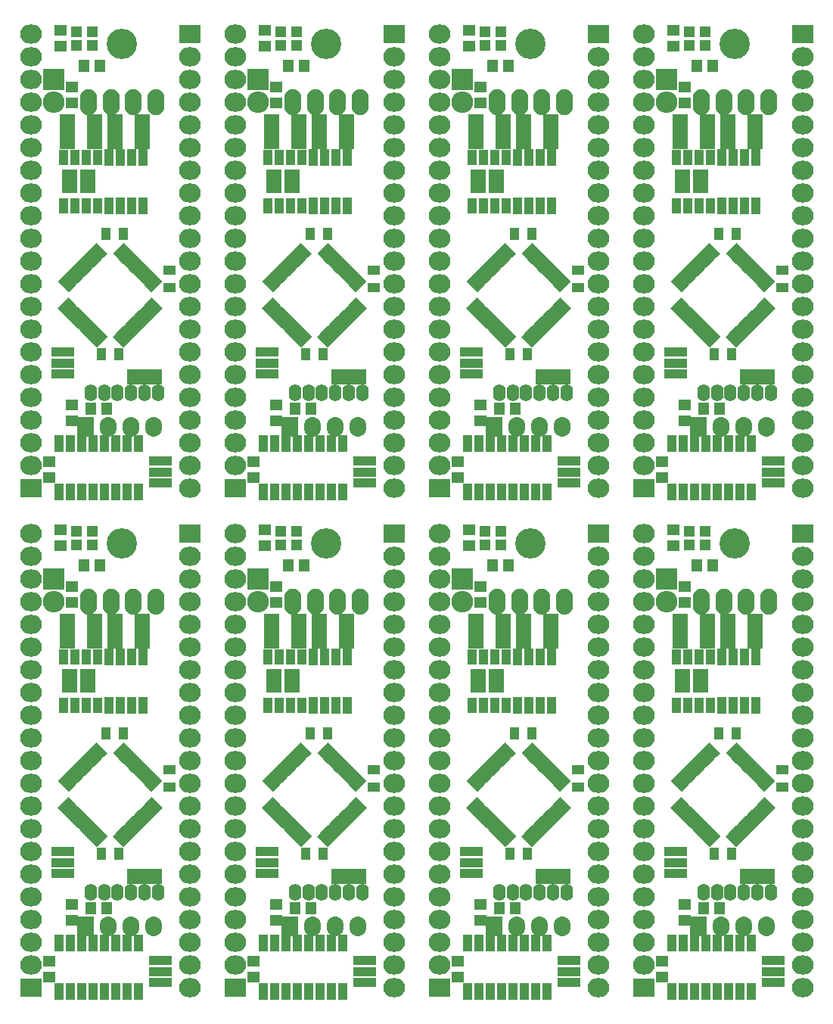
<source format=gbr>
G04 #@! TF.FileFunction,Soldermask,Bot*
%FSLAX46Y46*%
G04 Gerber Fmt 4.6, Leading zero omitted, Abs format (unit mm)*
G04 Created by KiCad (PCBNEW 4.0.7) date 04/07/18 13:13:02*
%MOMM*%
%LPD*%
G01*
G04 APERTURE LIST*
%ADD10C,0.100000*%
%ADD11R,1.400000X1.200000*%
%ADD12R,1.197560X1.197560*%
%ADD13R,1.200000X1.400000*%
%ADD14R,2.432000X2.127200*%
%ADD15O,2.432000X2.127200*%
%ADD16R,1.900000X2.200000*%
%ADD17O,1.900000X2.200000*%
%ADD18R,2.600000X1.000000*%
%ADD19R,1.000000X1.400000*%
%ADD20R,1.400000X1.000000*%
%ADD21R,1.670000X1.365200*%
%ADD22R,1.000000X1.700000*%
%ADD23R,1.365200X1.670000*%
%ADD24R,2.432000X2.432000*%
%ADD25O,2.432000X2.432000*%
%ADD26O,1.400000X1.924000*%
%ADD27R,1.000000X1.950000*%
%ADD28O,1.900000X2.900000*%
%ADD29C,3.400000*%
%ADD30R,1.000000X1.900000*%
G04 APERTURE END LIST*
D10*
D11*
X94742000Y-77608000D03*
X94742000Y-75808000D03*
D12*
X96520000Y-75958700D03*
X96520000Y-77457300D03*
D11*
X93472000Y-125868000D03*
X93472000Y-124068000D03*
D13*
X97398000Y-79756000D03*
X99198000Y-79756000D03*
D12*
X98298000Y-75958700D03*
X98298000Y-77457300D03*
D14*
X109220000Y-76200000D03*
D15*
X109220000Y-78740000D03*
X109220000Y-81280000D03*
X109220000Y-83820000D03*
X109220000Y-86360000D03*
X109220000Y-88900000D03*
X109220000Y-91440000D03*
X109220000Y-93980000D03*
X109220000Y-96520000D03*
X109220000Y-99060000D03*
X109220000Y-101600000D03*
X109220000Y-104140000D03*
X109220000Y-106680000D03*
X109220000Y-109220000D03*
X109220000Y-111760000D03*
X109220000Y-114300000D03*
X109220000Y-116840000D03*
X109220000Y-119380000D03*
X109220000Y-121920000D03*
X109220000Y-124460000D03*
X109220000Y-127000000D03*
D16*
X97536000Y-120142000D03*
D17*
X100076000Y-120142000D03*
X102616000Y-120142000D03*
X105156000Y-120142000D03*
D11*
X96012000Y-119518000D03*
X96012000Y-117718000D03*
D13*
X99960000Y-118110000D03*
X98160000Y-118110000D03*
D18*
X105918000Y-126422000D03*
X105918000Y-125222000D03*
X105918000Y-124022000D03*
D19*
X99330000Y-112014000D03*
X101330000Y-112014000D03*
D20*
X106934000Y-104632000D03*
X106934000Y-102632000D03*
D19*
X99838000Y-98552000D03*
X101838000Y-98552000D03*
D21*
X95758000Y-92075000D03*
X95758000Y-93345000D03*
X97790000Y-93345000D03*
X97790000Y-92075000D03*
X95504000Y-85852000D03*
X95504000Y-87122000D03*
X95504000Y-88392000D03*
X103886000Y-88392000D03*
X103886000Y-87122000D03*
X103886000Y-85852000D03*
X100838000Y-88392000D03*
X100838000Y-87122000D03*
X100838000Y-85852000D03*
D22*
X98933000Y-95410000D03*
X97663000Y-95410000D03*
X96393000Y-95410000D03*
X95123000Y-95410000D03*
X95123000Y-90010000D03*
X96393000Y-90010000D03*
X97663000Y-90010000D03*
X98933000Y-90010000D03*
D18*
X94996000Y-111830000D03*
X94996000Y-113030000D03*
X94996000Y-114230000D03*
D23*
X102870000Y-114554000D03*
X104140000Y-114554000D03*
X105410000Y-114554000D03*
D11*
X96012000Y-83958000D03*
X96012000Y-82158000D03*
D24*
X93980000Y-81280000D03*
D25*
X93980000Y-83820000D03*
D26*
X105664000Y-116332000D03*
X104164000Y-116332000D03*
X102664000Y-116332000D03*
X101164000Y-116332000D03*
X99664000Y-116332000D03*
X98164000Y-116332000D03*
D27*
X104013000Y-95410000D03*
X102743000Y-95410000D03*
X101473000Y-95410000D03*
X100203000Y-95410000D03*
X100203000Y-90010000D03*
X101473000Y-90010000D03*
X102743000Y-90010000D03*
X104013000Y-90010000D03*
D10*
G36*
X98827398Y-111261308D02*
X98367779Y-110801689D01*
X99569860Y-109599608D01*
X100029479Y-110059227D01*
X98827398Y-111261308D01*
X98827398Y-111261308D01*
G37*
G36*
X98473845Y-110907755D02*
X98014226Y-110448136D01*
X99216307Y-109246055D01*
X99675926Y-109705674D01*
X98473845Y-110907755D01*
X98473845Y-110907755D01*
G37*
G36*
X98120291Y-110554201D02*
X97660672Y-110094582D01*
X98862753Y-108892501D01*
X99322372Y-109352120D01*
X98120291Y-110554201D01*
X98120291Y-110554201D01*
G37*
G36*
X97766738Y-110200648D02*
X97307119Y-109741029D01*
X98509200Y-108538948D01*
X98968819Y-108998567D01*
X97766738Y-110200648D01*
X97766738Y-110200648D01*
G37*
G36*
X97413185Y-109847095D02*
X96953566Y-109387476D01*
X98155647Y-108185395D01*
X98615266Y-108645014D01*
X97413185Y-109847095D01*
X97413185Y-109847095D01*
G37*
G36*
X97059631Y-109493541D02*
X96600012Y-109033922D01*
X97802093Y-107831841D01*
X98261712Y-108291460D01*
X97059631Y-109493541D01*
X97059631Y-109493541D01*
G37*
G36*
X96706078Y-109139988D02*
X96246459Y-108680369D01*
X97448540Y-107478288D01*
X97908159Y-107937907D01*
X96706078Y-109139988D01*
X96706078Y-109139988D01*
G37*
G36*
X96352524Y-108786434D02*
X95892905Y-108326815D01*
X97094986Y-107124734D01*
X97554605Y-107584353D01*
X96352524Y-108786434D01*
X96352524Y-108786434D01*
G37*
G36*
X95998971Y-108432881D02*
X95539352Y-107973262D01*
X96741433Y-106771181D01*
X97201052Y-107230800D01*
X95998971Y-108432881D01*
X95998971Y-108432881D01*
G37*
G36*
X95645418Y-108079328D02*
X95185799Y-107619709D01*
X96387880Y-106417628D01*
X96847499Y-106877247D01*
X95645418Y-108079328D01*
X95645418Y-108079328D01*
G37*
G36*
X95291864Y-107725774D02*
X94832245Y-107266155D01*
X96034326Y-106064074D01*
X96493945Y-106523693D01*
X95291864Y-107725774D01*
X95291864Y-107725774D01*
G37*
G36*
X94938311Y-107372221D02*
X94478692Y-106912602D01*
X95680773Y-105710521D01*
X96140392Y-106170140D01*
X94938311Y-107372221D01*
X94938311Y-107372221D01*
G37*
G36*
X94478692Y-103907398D02*
X94938311Y-103447779D01*
X96140392Y-104649860D01*
X95680773Y-105109479D01*
X94478692Y-103907398D01*
X94478692Y-103907398D01*
G37*
G36*
X94832245Y-103553845D02*
X95291864Y-103094226D01*
X96493945Y-104296307D01*
X96034326Y-104755926D01*
X94832245Y-103553845D01*
X94832245Y-103553845D01*
G37*
G36*
X95185799Y-103200291D02*
X95645418Y-102740672D01*
X96847499Y-103942753D01*
X96387880Y-104402372D01*
X95185799Y-103200291D01*
X95185799Y-103200291D01*
G37*
G36*
X95539352Y-102846738D02*
X95998971Y-102387119D01*
X97201052Y-103589200D01*
X96741433Y-104048819D01*
X95539352Y-102846738D01*
X95539352Y-102846738D01*
G37*
G36*
X95892905Y-102493185D02*
X96352524Y-102033566D01*
X97554605Y-103235647D01*
X97094986Y-103695266D01*
X95892905Y-102493185D01*
X95892905Y-102493185D01*
G37*
G36*
X96246459Y-102139631D02*
X96706078Y-101680012D01*
X97908159Y-102882093D01*
X97448540Y-103341712D01*
X96246459Y-102139631D01*
X96246459Y-102139631D01*
G37*
G36*
X96600012Y-101786078D02*
X97059631Y-101326459D01*
X98261712Y-102528540D01*
X97802093Y-102988159D01*
X96600012Y-101786078D01*
X96600012Y-101786078D01*
G37*
G36*
X96953566Y-101432524D02*
X97413185Y-100972905D01*
X98615266Y-102174986D01*
X98155647Y-102634605D01*
X96953566Y-101432524D01*
X96953566Y-101432524D01*
G37*
G36*
X97307119Y-101078971D02*
X97766738Y-100619352D01*
X98968819Y-101821433D01*
X98509200Y-102281052D01*
X97307119Y-101078971D01*
X97307119Y-101078971D01*
G37*
G36*
X97660672Y-100725418D02*
X98120291Y-100265799D01*
X99322372Y-101467880D01*
X98862753Y-101927499D01*
X97660672Y-100725418D01*
X97660672Y-100725418D01*
G37*
G36*
X98014226Y-100371864D02*
X98473845Y-99912245D01*
X99675926Y-101114326D01*
X99216307Y-101573945D01*
X98014226Y-100371864D01*
X98014226Y-100371864D01*
G37*
G36*
X98367779Y-100018311D02*
X98827398Y-99558692D01*
X100029479Y-100760773D01*
X99569860Y-101220392D01*
X98367779Y-100018311D01*
X98367779Y-100018311D01*
G37*
G36*
X101090140Y-101220392D02*
X100630521Y-100760773D01*
X101832602Y-99558692D01*
X102292221Y-100018311D01*
X101090140Y-101220392D01*
X101090140Y-101220392D01*
G37*
G36*
X101443693Y-101573945D02*
X100984074Y-101114326D01*
X102186155Y-99912245D01*
X102645774Y-100371864D01*
X101443693Y-101573945D01*
X101443693Y-101573945D01*
G37*
G36*
X101797247Y-101927499D02*
X101337628Y-101467880D01*
X102539709Y-100265799D01*
X102999328Y-100725418D01*
X101797247Y-101927499D01*
X101797247Y-101927499D01*
G37*
G36*
X102150800Y-102281052D02*
X101691181Y-101821433D01*
X102893262Y-100619352D01*
X103352881Y-101078971D01*
X102150800Y-102281052D01*
X102150800Y-102281052D01*
G37*
G36*
X102504353Y-102634605D02*
X102044734Y-102174986D01*
X103246815Y-100972905D01*
X103706434Y-101432524D01*
X102504353Y-102634605D01*
X102504353Y-102634605D01*
G37*
G36*
X102857907Y-102988159D02*
X102398288Y-102528540D01*
X103600369Y-101326459D01*
X104059988Y-101786078D01*
X102857907Y-102988159D01*
X102857907Y-102988159D01*
G37*
G36*
X103211460Y-103341712D02*
X102751841Y-102882093D01*
X103953922Y-101680012D01*
X104413541Y-102139631D01*
X103211460Y-103341712D01*
X103211460Y-103341712D01*
G37*
G36*
X103565014Y-103695266D02*
X103105395Y-103235647D01*
X104307476Y-102033566D01*
X104767095Y-102493185D01*
X103565014Y-103695266D01*
X103565014Y-103695266D01*
G37*
G36*
X103918567Y-104048819D02*
X103458948Y-103589200D01*
X104661029Y-102387119D01*
X105120648Y-102846738D01*
X103918567Y-104048819D01*
X103918567Y-104048819D01*
G37*
G36*
X104272120Y-104402372D02*
X103812501Y-103942753D01*
X105014582Y-102740672D01*
X105474201Y-103200291D01*
X104272120Y-104402372D01*
X104272120Y-104402372D01*
G37*
G36*
X104625674Y-104755926D02*
X104166055Y-104296307D01*
X105368136Y-103094226D01*
X105827755Y-103553845D01*
X104625674Y-104755926D01*
X104625674Y-104755926D01*
G37*
G36*
X104979227Y-105109479D02*
X104519608Y-104649860D01*
X105721689Y-103447779D01*
X106181308Y-103907398D01*
X104979227Y-105109479D01*
X104979227Y-105109479D01*
G37*
G36*
X104519608Y-106170140D02*
X104979227Y-105710521D01*
X106181308Y-106912602D01*
X105721689Y-107372221D01*
X104519608Y-106170140D01*
X104519608Y-106170140D01*
G37*
G36*
X104166055Y-106523693D02*
X104625674Y-106064074D01*
X105827755Y-107266155D01*
X105368136Y-107725774D01*
X104166055Y-106523693D01*
X104166055Y-106523693D01*
G37*
G36*
X103812501Y-106877247D02*
X104272120Y-106417628D01*
X105474201Y-107619709D01*
X105014582Y-108079328D01*
X103812501Y-106877247D01*
X103812501Y-106877247D01*
G37*
G36*
X103458948Y-107230800D02*
X103918567Y-106771181D01*
X105120648Y-107973262D01*
X104661029Y-108432881D01*
X103458948Y-107230800D01*
X103458948Y-107230800D01*
G37*
G36*
X103105395Y-107584353D02*
X103565014Y-107124734D01*
X104767095Y-108326815D01*
X104307476Y-108786434D01*
X103105395Y-107584353D01*
X103105395Y-107584353D01*
G37*
G36*
X102751841Y-107937907D02*
X103211460Y-107478288D01*
X104413541Y-108680369D01*
X103953922Y-109139988D01*
X102751841Y-107937907D01*
X102751841Y-107937907D01*
G37*
G36*
X102398288Y-108291460D02*
X102857907Y-107831841D01*
X104059988Y-109033922D01*
X103600369Y-109493541D01*
X102398288Y-108291460D01*
X102398288Y-108291460D01*
G37*
G36*
X102044734Y-108645014D02*
X102504353Y-108185395D01*
X103706434Y-109387476D01*
X103246815Y-109847095D01*
X102044734Y-108645014D01*
X102044734Y-108645014D01*
G37*
G36*
X101691181Y-108998567D02*
X102150800Y-108538948D01*
X103352881Y-109741029D01*
X102893262Y-110200648D01*
X101691181Y-108998567D01*
X101691181Y-108998567D01*
G37*
G36*
X101337628Y-109352120D02*
X101797247Y-108892501D01*
X102999328Y-110094582D01*
X102539709Y-110554201D01*
X101337628Y-109352120D01*
X101337628Y-109352120D01*
G37*
G36*
X100984074Y-109705674D02*
X101443693Y-109246055D01*
X102645774Y-110448136D01*
X102186155Y-110907755D01*
X100984074Y-109705674D01*
X100984074Y-109705674D01*
G37*
G36*
X100630521Y-110059227D02*
X101090140Y-109599608D01*
X102292221Y-110801689D01*
X101832602Y-111261308D01*
X100630521Y-110059227D01*
X100630521Y-110059227D01*
G37*
D28*
X105410000Y-83820000D03*
X102910000Y-83820000D03*
X100410000Y-83820000D03*
X97910000Y-83820000D03*
D29*
X101660000Y-77320000D03*
D21*
X98552000Y-85852000D03*
X98552000Y-87122000D03*
X98552000Y-88392000D03*
D30*
X94615000Y-122014000D03*
X95885000Y-122014000D03*
X97155000Y-122014000D03*
X98425000Y-122014000D03*
X99695000Y-122014000D03*
X100965000Y-122014000D03*
X102235000Y-122014000D03*
X103505000Y-122014000D03*
X103505000Y-127414000D03*
X102235000Y-127414000D03*
X100965000Y-127414000D03*
X99695000Y-127414000D03*
X98425000Y-127414000D03*
X97155000Y-127414000D03*
X95885000Y-127414000D03*
X94615000Y-127414000D03*
D14*
X91440000Y-127000000D03*
D15*
X91440000Y-124460000D03*
X91440000Y-121920000D03*
X91440000Y-119380000D03*
X91440000Y-116840000D03*
X91440000Y-114300000D03*
X91440000Y-111760000D03*
X91440000Y-109220000D03*
X91440000Y-106680000D03*
X91440000Y-104140000D03*
X91440000Y-101600000D03*
X91440000Y-99060000D03*
X91440000Y-96520000D03*
X91440000Y-93980000D03*
X91440000Y-91440000D03*
X91440000Y-88900000D03*
X91440000Y-86360000D03*
X91440000Y-83820000D03*
X91440000Y-81280000D03*
X91440000Y-78740000D03*
X91440000Y-76200000D03*
D11*
X71882000Y-77608000D03*
X71882000Y-75808000D03*
D12*
X73660000Y-75958700D03*
X73660000Y-77457300D03*
D11*
X70612000Y-125868000D03*
X70612000Y-124068000D03*
D13*
X74538000Y-79756000D03*
X76338000Y-79756000D03*
D12*
X75438000Y-75958700D03*
X75438000Y-77457300D03*
D14*
X86360000Y-76200000D03*
D15*
X86360000Y-78740000D03*
X86360000Y-81280000D03*
X86360000Y-83820000D03*
X86360000Y-86360000D03*
X86360000Y-88900000D03*
X86360000Y-91440000D03*
X86360000Y-93980000D03*
X86360000Y-96520000D03*
X86360000Y-99060000D03*
X86360000Y-101600000D03*
X86360000Y-104140000D03*
X86360000Y-106680000D03*
X86360000Y-109220000D03*
X86360000Y-111760000D03*
X86360000Y-114300000D03*
X86360000Y-116840000D03*
X86360000Y-119380000D03*
X86360000Y-121920000D03*
X86360000Y-124460000D03*
X86360000Y-127000000D03*
D16*
X74676000Y-120142000D03*
D17*
X77216000Y-120142000D03*
X79756000Y-120142000D03*
X82296000Y-120142000D03*
D11*
X73152000Y-119518000D03*
X73152000Y-117718000D03*
D13*
X77100000Y-118110000D03*
X75300000Y-118110000D03*
D18*
X83058000Y-126422000D03*
X83058000Y-125222000D03*
X83058000Y-124022000D03*
D19*
X76470000Y-112014000D03*
X78470000Y-112014000D03*
D20*
X84074000Y-104632000D03*
X84074000Y-102632000D03*
D19*
X76978000Y-98552000D03*
X78978000Y-98552000D03*
D21*
X72898000Y-92075000D03*
X72898000Y-93345000D03*
X74930000Y-93345000D03*
X74930000Y-92075000D03*
X72644000Y-85852000D03*
X72644000Y-87122000D03*
X72644000Y-88392000D03*
X81026000Y-88392000D03*
X81026000Y-87122000D03*
X81026000Y-85852000D03*
X77978000Y-88392000D03*
X77978000Y-87122000D03*
X77978000Y-85852000D03*
D22*
X76073000Y-95410000D03*
X74803000Y-95410000D03*
X73533000Y-95410000D03*
X72263000Y-95410000D03*
X72263000Y-90010000D03*
X73533000Y-90010000D03*
X74803000Y-90010000D03*
X76073000Y-90010000D03*
D18*
X72136000Y-111830000D03*
X72136000Y-113030000D03*
X72136000Y-114230000D03*
D23*
X80010000Y-114554000D03*
X81280000Y-114554000D03*
X82550000Y-114554000D03*
D11*
X73152000Y-83958000D03*
X73152000Y-82158000D03*
D24*
X71120000Y-81280000D03*
D25*
X71120000Y-83820000D03*
D26*
X82804000Y-116332000D03*
X81304000Y-116332000D03*
X79804000Y-116332000D03*
X78304000Y-116332000D03*
X76804000Y-116332000D03*
X75304000Y-116332000D03*
D27*
X81153000Y-95410000D03*
X79883000Y-95410000D03*
X78613000Y-95410000D03*
X77343000Y-95410000D03*
X77343000Y-90010000D03*
X78613000Y-90010000D03*
X79883000Y-90010000D03*
X81153000Y-90010000D03*
D10*
G36*
X75967398Y-111261308D02*
X75507779Y-110801689D01*
X76709860Y-109599608D01*
X77169479Y-110059227D01*
X75967398Y-111261308D01*
X75967398Y-111261308D01*
G37*
G36*
X75613845Y-110907755D02*
X75154226Y-110448136D01*
X76356307Y-109246055D01*
X76815926Y-109705674D01*
X75613845Y-110907755D01*
X75613845Y-110907755D01*
G37*
G36*
X75260291Y-110554201D02*
X74800672Y-110094582D01*
X76002753Y-108892501D01*
X76462372Y-109352120D01*
X75260291Y-110554201D01*
X75260291Y-110554201D01*
G37*
G36*
X74906738Y-110200648D02*
X74447119Y-109741029D01*
X75649200Y-108538948D01*
X76108819Y-108998567D01*
X74906738Y-110200648D01*
X74906738Y-110200648D01*
G37*
G36*
X74553185Y-109847095D02*
X74093566Y-109387476D01*
X75295647Y-108185395D01*
X75755266Y-108645014D01*
X74553185Y-109847095D01*
X74553185Y-109847095D01*
G37*
G36*
X74199631Y-109493541D02*
X73740012Y-109033922D01*
X74942093Y-107831841D01*
X75401712Y-108291460D01*
X74199631Y-109493541D01*
X74199631Y-109493541D01*
G37*
G36*
X73846078Y-109139988D02*
X73386459Y-108680369D01*
X74588540Y-107478288D01*
X75048159Y-107937907D01*
X73846078Y-109139988D01*
X73846078Y-109139988D01*
G37*
G36*
X73492524Y-108786434D02*
X73032905Y-108326815D01*
X74234986Y-107124734D01*
X74694605Y-107584353D01*
X73492524Y-108786434D01*
X73492524Y-108786434D01*
G37*
G36*
X73138971Y-108432881D02*
X72679352Y-107973262D01*
X73881433Y-106771181D01*
X74341052Y-107230800D01*
X73138971Y-108432881D01*
X73138971Y-108432881D01*
G37*
G36*
X72785418Y-108079328D02*
X72325799Y-107619709D01*
X73527880Y-106417628D01*
X73987499Y-106877247D01*
X72785418Y-108079328D01*
X72785418Y-108079328D01*
G37*
G36*
X72431864Y-107725774D02*
X71972245Y-107266155D01*
X73174326Y-106064074D01*
X73633945Y-106523693D01*
X72431864Y-107725774D01*
X72431864Y-107725774D01*
G37*
G36*
X72078311Y-107372221D02*
X71618692Y-106912602D01*
X72820773Y-105710521D01*
X73280392Y-106170140D01*
X72078311Y-107372221D01*
X72078311Y-107372221D01*
G37*
G36*
X71618692Y-103907398D02*
X72078311Y-103447779D01*
X73280392Y-104649860D01*
X72820773Y-105109479D01*
X71618692Y-103907398D01*
X71618692Y-103907398D01*
G37*
G36*
X71972245Y-103553845D02*
X72431864Y-103094226D01*
X73633945Y-104296307D01*
X73174326Y-104755926D01*
X71972245Y-103553845D01*
X71972245Y-103553845D01*
G37*
G36*
X72325799Y-103200291D02*
X72785418Y-102740672D01*
X73987499Y-103942753D01*
X73527880Y-104402372D01*
X72325799Y-103200291D01*
X72325799Y-103200291D01*
G37*
G36*
X72679352Y-102846738D02*
X73138971Y-102387119D01*
X74341052Y-103589200D01*
X73881433Y-104048819D01*
X72679352Y-102846738D01*
X72679352Y-102846738D01*
G37*
G36*
X73032905Y-102493185D02*
X73492524Y-102033566D01*
X74694605Y-103235647D01*
X74234986Y-103695266D01*
X73032905Y-102493185D01*
X73032905Y-102493185D01*
G37*
G36*
X73386459Y-102139631D02*
X73846078Y-101680012D01*
X75048159Y-102882093D01*
X74588540Y-103341712D01*
X73386459Y-102139631D01*
X73386459Y-102139631D01*
G37*
G36*
X73740012Y-101786078D02*
X74199631Y-101326459D01*
X75401712Y-102528540D01*
X74942093Y-102988159D01*
X73740012Y-101786078D01*
X73740012Y-101786078D01*
G37*
G36*
X74093566Y-101432524D02*
X74553185Y-100972905D01*
X75755266Y-102174986D01*
X75295647Y-102634605D01*
X74093566Y-101432524D01*
X74093566Y-101432524D01*
G37*
G36*
X74447119Y-101078971D02*
X74906738Y-100619352D01*
X76108819Y-101821433D01*
X75649200Y-102281052D01*
X74447119Y-101078971D01*
X74447119Y-101078971D01*
G37*
G36*
X74800672Y-100725418D02*
X75260291Y-100265799D01*
X76462372Y-101467880D01*
X76002753Y-101927499D01*
X74800672Y-100725418D01*
X74800672Y-100725418D01*
G37*
G36*
X75154226Y-100371864D02*
X75613845Y-99912245D01*
X76815926Y-101114326D01*
X76356307Y-101573945D01*
X75154226Y-100371864D01*
X75154226Y-100371864D01*
G37*
G36*
X75507779Y-100018311D02*
X75967398Y-99558692D01*
X77169479Y-100760773D01*
X76709860Y-101220392D01*
X75507779Y-100018311D01*
X75507779Y-100018311D01*
G37*
G36*
X78230140Y-101220392D02*
X77770521Y-100760773D01*
X78972602Y-99558692D01*
X79432221Y-100018311D01*
X78230140Y-101220392D01*
X78230140Y-101220392D01*
G37*
G36*
X78583693Y-101573945D02*
X78124074Y-101114326D01*
X79326155Y-99912245D01*
X79785774Y-100371864D01*
X78583693Y-101573945D01*
X78583693Y-101573945D01*
G37*
G36*
X78937247Y-101927499D02*
X78477628Y-101467880D01*
X79679709Y-100265799D01*
X80139328Y-100725418D01*
X78937247Y-101927499D01*
X78937247Y-101927499D01*
G37*
G36*
X79290800Y-102281052D02*
X78831181Y-101821433D01*
X80033262Y-100619352D01*
X80492881Y-101078971D01*
X79290800Y-102281052D01*
X79290800Y-102281052D01*
G37*
G36*
X79644353Y-102634605D02*
X79184734Y-102174986D01*
X80386815Y-100972905D01*
X80846434Y-101432524D01*
X79644353Y-102634605D01*
X79644353Y-102634605D01*
G37*
G36*
X79997907Y-102988159D02*
X79538288Y-102528540D01*
X80740369Y-101326459D01*
X81199988Y-101786078D01*
X79997907Y-102988159D01*
X79997907Y-102988159D01*
G37*
G36*
X80351460Y-103341712D02*
X79891841Y-102882093D01*
X81093922Y-101680012D01*
X81553541Y-102139631D01*
X80351460Y-103341712D01*
X80351460Y-103341712D01*
G37*
G36*
X80705014Y-103695266D02*
X80245395Y-103235647D01*
X81447476Y-102033566D01*
X81907095Y-102493185D01*
X80705014Y-103695266D01*
X80705014Y-103695266D01*
G37*
G36*
X81058567Y-104048819D02*
X80598948Y-103589200D01*
X81801029Y-102387119D01*
X82260648Y-102846738D01*
X81058567Y-104048819D01*
X81058567Y-104048819D01*
G37*
G36*
X81412120Y-104402372D02*
X80952501Y-103942753D01*
X82154582Y-102740672D01*
X82614201Y-103200291D01*
X81412120Y-104402372D01*
X81412120Y-104402372D01*
G37*
G36*
X81765674Y-104755926D02*
X81306055Y-104296307D01*
X82508136Y-103094226D01*
X82967755Y-103553845D01*
X81765674Y-104755926D01*
X81765674Y-104755926D01*
G37*
G36*
X82119227Y-105109479D02*
X81659608Y-104649860D01*
X82861689Y-103447779D01*
X83321308Y-103907398D01*
X82119227Y-105109479D01*
X82119227Y-105109479D01*
G37*
G36*
X81659608Y-106170140D02*
X82119227Y-105710521D01*
X83321308Y-106912602D01*
X82861689Y-107372221D01*
X81659608Y-106170140D01*
X81659608Y-106170140D01*
G37*
G36*
X81306055Y-106523693D02*
X81765674Y-106064074D01*
X82967755Y-107266155D01*
X82508136Y-107725774D01*
X81306055Y-106523693D01*
X81306055Y-106523693D01*
G37*
G36*
X80952501Y-106877247D02*
X81412120Y-106417628D01*
X82614201Y-107619709D01*
X82154582Y-108079328D01*
X80952501Y-106877247D01*
X80952501Y-106877247D01*
G37*
G36*
X80598948Y-107230800D02*
X81058567Y-106771181D01*
X82260648Y-107973262D01*
X81801029Y-108432881D01*
X80598948Y-107230800D01*
X80598948Y-107230800D01*
G37*
G36*
X80245395Y-107584353D02*
X80705014Y-107124734D01*
X81907095Y-108326815D01*
X81447476Y-108786434D01*
X80245395Y-107584353D01*
X80245395Y-107584353D01*
G37*
G36*
X79891841Y-107937907D02*
X80351460Y-107478288D01*
X81553541Y-108680369D01*
X81093922Y-109139988D01*
X79891841Y-107937907D01*
X79891841Y-107937907D01*
G37*
G36*
X79538288Y-108291460D02*
X79997907Y-107831841D01*
X81199988Y-109033922D01*
X80740369Y-109493541D01*
X79538288Y-108291460D01*
X79538288Y-108291460D01*
G37*
G36*
X79184734Y-108645014D02*
X79644353Y-108185395D01*
X80846434Y-109387476D01*
X80386815Y-109847095D01*
X79184734Y-108645014D01*
X79184734Y-108645014D01*
G37*
G36*
X78831181Y-108998567D02*
X79290800Y-108538948D01*
X80492881Y-109741029D01*
X80033262Y-110200648D01*
X78831181Y-108998567D01*
X78831181Y-108998567D01*
G37*
G36*
X78477628Y-109352120D02*
X78937247Y-108892501D01*
X80139328Y-110094582D01*
X79679709Y-110554201D01*
X78477628Y-109352120D01*
X78477628Y-109352120D01*
G37*
G36*
X78124074Y-109705674D02*
X78583693Y-109246055D01*
X79785774Y-110448136D01*
X79326155Y-110907755D01*
X78124074Y-109705674D01*
X78124074Y-109705674D01*
G37*
G36*
X77770521Y-110059227D02*
X78230140Y-109599608D01*
X79432221Y-110801689D01*
X78972602Y-111261308D01*
X77770521Y-110059227D01*
X77770521Y-110059227D01*
G37*
D28*
X82550000Y-83820000D03*
X80050000Y-83820000D03*
X77550000Y-83820000D03*
X75050000Y-83820000D03*
D29*
X78800000Y-77320000D03*
D21*
X75692000Y-85852000D03*
X75692000Y-87122000D03*
X75692000Y-88392000D03*
D30*
X71755000Y-122014000D03*
X73025000Y-122014000D03*
X74295000Y-122014000D03*
X75565000Y-122014000D03*
X76835000Y-122014000D03*
X78105000Y-122014000D03*
X79375000Y-122014000D03*
X80645000Y-122014000D03*
X80645000Y-127414000D03*
X79375000Y-127414000D03*
X78105000Y-127414000D03*
X76835000Y-127414000D03*
X75565000Y-127414000D03*
X74295000Y-127414000D03*
X73025000Y-127414000D03*
X71755000Y-127414000D03*
D14*
X68580000Y-127000000D03*
D15*
X68580000Y-124460000D03*
X68580000Y-121920000D03*
X68580000Y-119380000D03*
X68580000Y-116840000D03*
X68580000Y-114300000D03*
X68580000Y-111760000D03*
X68580000Y-109220000D03*
X68580000Y-106680000D03*
X68580000Y-104140000D03*
X68580000Y-101600000D03*
X68580000Y-99060000D03*
X68580000Y-96520000D03*
X68580000Y-93980000D03*
X68580000Y-91440000D03*
X68580000Y-88900000D03*
X68580000Y-86360000D03*
X68580000Y-83820000D03*
X68580000Y-81280000D03*
X68580000Y-78740000D03*
X68580000Y-76200000D03*
D11*
X49022000Y-77608000D03*
X49022000Y-75808000D03*
D12*
X50800000Y-75958700D03*
X50800000Y-77457300D03*
D11*
X47752000Y-125868000D03*
X47752000Y-124068000D03*
D13*
X51678000Y-79756000D03*
X53478000Y-79756000D03*
D12*
X52578000Y-75958700D03*
X52578000Y-77457300D03*
D14*
X63500000Y-76200000D03*
D15*
X63500000Y-78740000D03*
X63500000Y-81280000D03*
X63500000Y-83820000D03*
X63500000Y-86360000D03*
X63500000Y-88900000D03*
X63500000Y-91440000D03*
X63500000Y-93980000D03*
X63500000Y-96520000D03*
X63500000Y-99060000D03*
X63500000Y-101600000D03*
X63500000Y-104140000D03*
X63500000Y-106680000D03*
X63500000Y-109220000D03*
X63500000Y-111760000D03*
X63500000Y-114300000D03*
X63500000Y-116840000D03*
X63500000Y-119380000D03*
X63500000Y-121920000D03*
X63500000Y-124460000D03*
X63500000Y-127000000D03*
D16*
X51816000Y-120142000D03*
D17*
X54356000Y-120142000D03*
X56896000Y-120142000D03*
X59436000Y-120142000D03*
D11*
X50292000Y-119518000D03*
X50292000Y-117718000D03*
D13*
X54240000Y-118110000D03*
X52440000Y-118110000D03*
D18*
X60198000Y-126422000D03*
X60198000Y-125222000D03*
X60198000Y-124022000D03*
D19*
X53610000Y-112014000D03*
X55610000Y-112014000D03*
D20*
X61214000Y-104632000D03*
X61214000Y-102632000D03*
D19*
X54118000Y-98552000D03*
X56118000Y-98552000D03*
D21*
X50038000Y-92075000D03*
X50038000Y-93345000D03*
X52070000Y-93345000D03*
X52070000Y-92075000D03*
X49784000Y-85852000D03*
X49784000Y-87122000D03*
X49784000Y-88392000D03*
X58166000Y-88392000D03*
X58166000Y-87122000D03*
X58166000Y-85852000D03*
X55118000Y-88392000D03*
X55118000Y-87122000D03*
X55118000Y-85852000D03*
D22*
X53213000Y-95410000D03*
X51943000Y-95410000D03*
X50673000Y-95410000D03*
X49403000Y-95410000D03*
X49403000Y-90010000D03*
X50673000Y-90010000D03*
X51943000Y-90010000D03*
X53213000Y-90010000D03*
D18*
X49276000Y-111830000D03*
X49276000Y-113030000D03*
X49276000Y-114230000D03*
D23*
X57150000Y-114554000D03*
X58420000Y-114554000D03*
X59690000Y-114554000D03*
D11*
X50292000Y-83958000D03*
X50292000Y-82158000D03*
D24*
X48260000Y-81280000D03*
D25*
X48260000Y-83820000D03*
D26*
X59944000Y-116332000D03*
X58444000Y-116332000D03*
X56944000Y-116332000D03*
X55444000Y-116332000D03*
X53944000Y-116332000D03*
X52444000Y-116332000D03*
D27*
X58293000Y-95410000D03*
X57023000Y-95410000D03*
X55753000Y-95410000D03*
X54483000Y-95410000D03*
X54483000Y-90010000D03*
X55753000Y-90010000D03*
X57023000Y-90010000D03*
X58293000Y-90010000D03*
D10*
G36*
X53107398Y-111261308D02*
X52647779Y-110801689D01*
X53849860Y-109599608D01*
X54309479Y-110059227D01*
X53107398Y-111261308D01*
X53107398Y-111261308D01*
G37*
G36*
X52753845Y-110907755D02*
X52294226Y-110448136D01*
X53496307Y-109246055D01*
X53955926Y-109705674D01*
X52753845Y-110907755D01*
X52753845Y-110907755D01*
G37*
G36*
X52400291Y-110554201D02*
X51940672Y-110094582D01*
X53142753Y-108892501D01*
X53602372Y-109352120D01*
X52400291Y-110554201D01*
X52400291Y-110554201D01*
G37*
G36*
X52046738Y-110200648D02*
X51587119Y-109741029D01*
X52789200Y-108538948D01*
X53248819Y-108998567D01*
X52046738Y-110200648D01*
X52046738Y-110200648D01*
G37*
G36*
X51693185Y-109847095D02*
X51233566Y-109387476D01*
X52435647Y-108185395D01*
X52895266Y-108645014D01*
X51693185Y-109847095D01*
X51693185Y-109847095D01*
G37*
G36*
X51339631Y-109493541D02*
X50880012Y-109033922D01*
X52082093Y-107831841D01*
X52541712Y-108291460D01*
X51339631Y-109493541D01*
X51339631Y-109493541D01*
G37*
G36*
X50986078Y-109139988D02*
X50526459Y-108680369D01*
X51728540Y-107478288D01*
X52188159Y-107937907D01*
X50986078Y-109139988D01*
X50986078Y-109139988D01*
G37*
G36*
X50632524Y-108786434D02*
X50172905Y-108326815D01*
X51374986Y-107124734D01*
X51834605Y-107584353D01*
X50632524Y-108786434D01*
X50632524Y-108786434D01*
G37*
G36*
X50278971Y-108432881D02*
X49819352Y-107973262D01*
X51021433Y-106771181D01*
X51481052Y-107230800D01*
X50278971Y-108432881D01*
X50278971Y-108432881D01*
G37*
G36*
X49925418Y-108079328D02*
X49465799Y-107619709D01*
X50667880Y-106417628D01*
X51127499Y-106877247D01*
X49925418Y-108079328D01*
X49925418Y-108079328D01*
G37*
G36*
X49571864Y-107725774D02*
X49112245Y-107266155D01*
X50314326Y-106064074D01*
X50773945Y-106523693D01*
X49571864Y-107725774D01*
X49571864Y-107725774D01*
G37*
G36*
X49218311Y-107372221D02*
X48758692Y-106912602D01*
X49960773Y-105710521D01*
X50420392Y-106170140D01*
X49218311Y-107372221D01*
X49218311Y-107372221D01*
G37*
G36*
X48758692Y-103907398D02*
X49218311Y-103447779D01*
X50420392Y-104649860D01*
X49960773Y-105109479D01*
X48758692Y-103907398D01*
X48758692Y-103907398D01*
G37*
G36*
X49112245Y-103553845D02*
X49571864Y-103094226D01*
X50773945Y-104296307D01*
X50314326Y-104755926D01*
X49112245Y-103553845D01*
X49112245Y-103553845D01*
G37*
G36*
X49465799Y-103200291D02*
X49925418Y-102740672D01*
X51127499Y-103942753D01*
X50667880Y-104402372D01*
X49465799Y-103200291D01*
X49465799Y-103200291D01*
G37*
G36*
X49819352Y-102846738D02*
X50278971Y-102387119D01*
X51481052Y-103589200D01*
X51021433Y-104048819D01*
X49819352Y-102846738D01*
X49819352Y-102846738D01*
G37*
G36*
X50172905Y-102493185D02*
X50632524Y-102033566D01*
X51834605Y-103235647D01*
X51374986Y-103695266D01*
X50172905Y-102493185D01*
X50172905Y-102493185D01*
G37*
G36*
X50526459Y-102139631D02*
X50986078Y-101680012D01*
X52188159Y-102882093D01*
X51728540Y-103341712D01*
X50526459Y-102139631D01*
X50526459Y-102139631D01*
G37*
G36*
X50880012Y-101786078D02*
X51339631Y-101326459D01*
X52541712Y-102528540D01*
X52082093Y-102988159D01*
X50880012Y-101786078D01*
X50880012Y-101786078D01*
G37*
G36*
X51233566Y-101432524D02*
X51693185Y-100972905D01*
X52895266Y-102174986D01*
X52435647Y-102634605D01*
X51233566Y-101432524D01*
X51233566Y-101432524D01*
G37*
G36*
X51587119Y-101078971D02*
X52046738Y-100619352D01*
X53248819Y-101821433D01*
X52789200Y-102281052D01*
X51587119Y-101078971D01*
X51587119Y-101078971D01*
G37*
G36*
X51940672Y-100725418D02*
X52400291Y-100265799D01*
X53602372Y-101467880D01*
X53142753Y-101927499D01*
X51940672Y-100725418D01*
X51940672Y-100725418D01*
G37*
G36*
X52294226Y-100371864D02*
X52753845Y-99912245D01*
X53955926Y-101114326D01*
X53496307Y-101573945D01*
X52294226Y-100371864D01*
X52294226Y-100371864D01*
G37*
G36*
X52647779Y-100018311D02*
X53107398Y-99558692D01*
X54309479Y-100760773D01*
X53849860Y-101220392D01*
X52647779Y-100018311D01*
X52647779Y-100018311D01*
G37*
G36*
X55370140Y-101220392D02*
X54910521Y-100760773D01*
X56112602Y-99558692D01*
X56572221Y-100018311D01*
X55370140Y-101220392D01*
X55370140Y-101220392D01*
G37*
G36*
X55723693Y-101573945D02*
X55264074Y-101114326D01*
X56466155Y-99912245D01*
X56925774Y-100371864D01*
X55723693Y-101573945D01*
X55723693Y-101573945D01*
G37*
G36*
X56077247Y-101927499D02*
X55617628Y-101467880D01*
X56819709Y-100265799D01*
X57279328Y-100725418D01*
X56077247Y-101927499D01*
X56077247Y-101927499D01*
G37*
G36*
X56430800Y-102281052D02*
X55971181Y-101821433D01*
X57173262Y-100619352D01*
X57632881Y-101078971D01*
X56430800Y-102281052D01*
X56430800Y-102281052D01*
G37*
G36*
X56784353Y-102634605D02*
X56324734Y-102174986D01*
X57526815Y-100972905D01*
X57986434Y-101432524D01*
X56784353Y-102634605D01*
X56784353Y-102634605D01*
G37*
G36*
X57137907Y-102988159D02*
X56678288Y-102528540D01*
X57880369Y-101326459D01*
X58339988Y-101786078D01*
X57137907Y-102988159D01*
X57137907Y-102988159D01*
G37*
G36*
X57491460Y-103341712D02*
X57031841Y-102882093D01*
X58233922Y-101680012D01*
X58693541Y-102139631D01*
X57491460Y-103341712D01*
X57491460Y-103341712D01*
G37*
G36*
X57845014Y-103695266D02*
X57385395Y-103235647D01*
X58587476Y-102033566D01*
X59047095Y-102493185D01*
X57845014Y-103695266D01*
X57845014Y-103695266D01*
G37*
G36*
X58198567Y-104048819D02*
X57738948Y-103589200D01*
X58941029Y-102387119D01*
X59400648Y-102846738D01*
X58198567Y-104048819D01*
X58198567Y-104048819D01*
G37*
G36*
X58552120Y-104402372D02*
X58092501Y-103942753D01*
X59294582Y-102740672D01*
X59754201Y-103200291D01*
X58552120Y-104402372D01*
X58552120Y-104402372D01*
G37*
G36*
X58905674Y-104755926D02*
X58446055Y-104296307D01*
X59648136Y-103094226D01*
X60107755Y-103553845D01*
X58905674Y-104755926D01*
X58905674Y-104755926D01*
G37*
G36*
X59259227Y-105109479D02*
X58799608Y-104649860D01*
X60001689Y-103447779D01*
X60461308Y-103907398D01*
X59259227Y-105109479D01*
X59259227Y-105109479D01*
G37*
G36*
X58799608Y-106170140D02*
X59259227Y-105710521D01*
X60461308Y-106912602D01*
X60001689Y-107372221D01*
X58799608Y-106170140D01*
X58799608Y-106170140D01*
G37*
G36*
X58446055Y-106523693D02*
X58905674Y-106064074D01*
X60107755Y-107266155D01*
X59648136Y-107725774D01*
X58446055Y-106523693D01*
X58446055Y-106523693D01*
G37*
G36*
X58092501Y-106877247D02*
X58552120Y-106417628D01*
X59754201Y-107619709D01*
X59294582Y-108079328D01*
X58092501Y-106877247D01*
X58092501Y-106877247D01*
G37*
G36*
X57738948Y-107230800D02*
X58198567Y-106771181D01*
X59400648Y-107973262D01*
X58941029Y-108432881D01*
X57738948Y-107230800D01*
X57738948Y-107230800D01*
G37*
G36*
X57385395Y-107584353D02*
X57845014Y-107124734D01*
X59047095Y-108326815D01*
X58587476Y-108786434D01*
X57385395Y-107584353D01*
X57385395Y-107584353D01*
G37*
G36*
X57031841Y-107937907D02*
X57491460Y-107478288D01*
X58693541Y-108680369D01*
X58233922Y-109139988D01*
X57031841Y-107937907D01*
X57031841Y-107937907D01*
G37*
G36*
X56678288Y-108291460D02*
X57137907Y-107831841D01*
X58339988Y-109033922D01*
X57880369Y-109493541D01*
X56678288Y-108291460D01*
X56678288Y-108291460D01*
G37*
G36*
X56324734Y-108645014D02*
X56784353Y-108185395D01*
X57986434Y-109387476D01*
X57526815Y-109847095D01*
X56324734Y-108645014D01*
X56324734Y-108645014D01*
G37*
G36*
X55971181Y-108998567D02*
X56430800Y-108538948D01*
X57632881Y-109741029D01*
X57173262Y-110200648D01*
X55971181Y-108998567D01*
X55971181Y-108998567D01*
G37*
G36*
X55617628Y-109352120D02*
X56077247Y-108892501D01*
X57279328Y-110094582D01*
X56819709Y-110554201D01*
X55617628Y-109352120D01*
X55617628Y-109352120D01*
G37*
G36*
X55264074Y-109705674D02*
X55723693Y-109246055D01*
X56925774Y-110448136D01*
X56466155Y-110907755D01*
X55264074Y-109705674D01*
X55264074Y-109705674D01*
G37*
G36*
X54910521Y-110059227D02*
X55370140Y-109599608D01*
X56572221Y-110801689D01*
X56112602Y-111261308D01*
X54910521Y-110059227D01*
X54910521Y-110059227D01*
G37*
D28*
X59690000Y-83820000D03*
X57190000Y-83820000D03*
X54690000Y-83820000D03*
X52190000Y-83820000D03*
D29*
X55940000Y-77320000D03*
D21*
X52832000Y-85852000D03*
X52832000Y-87122000D03*
X52832000Y-88392000D03*
D30*
X48895000Y-122014000D03*
X50165000Y-122014000D03*
X51435000Y-122014000D03*
X52705000Y-122014000D03*
X53975000Y-122014000D03*
X55245000Y-122014000D03*
X56515000Y-122014000D03*
X57785000Y-122014000D03*
X57785000Y-127414000D03*
X56515000Y-127414000D03*
X55245000Y-127414000D03*
X53975000Y-127414000D03*
X52705000Y-127414000D03*
X51435000Y-127414000D03*
X50165000Y-127414000D03*
X48895000Y-127414000D03*
D14*
X45720000Y-127000000D03*
D15*
X45720000Y-124460000D03*
X45720000Y-121920000D03*
X45720000Y-119380000D03*
X45720000Y-116840000D03*
X45720000Y-114300000D03*
X45720000Y-111760000D03*
X45720000Y-109220000D03*
X45720000Y-106680000D03*
X45720000Y-104140000D03*
X45720000Y-101600000D03*
X45720000Y-99060000D03*
X45720000Y-96520000D03*
X45720000Y-93980000D03*
X45720000Y-91440000D03*
X45720000Y-88900000D03*
X45720000Y-86360000D03*
X45720000Y-83820000D03*
X45720000Y-81280000D03*
X45720000Y-78740000D03*
X45720000Y-76200000D03*
D11*
X26162000Y-77608000D03*
X26162000Y-75808000D03*
D12*
X27940000Y-75958700D03*
X27940000Y-77457300D03*
D11*
X24892000Y-125868000D03*
X24892000Y-124068000D03*
D13*
X28818000Y-79756000D03*
X30618000Y-79756000D03*
D12*
X29718000Y-75958700D03*
X29718000Y-77457300D03*
D14*
X40640000Y-76200000D03*
D15*
X40640000Y-78740000D03*
X40640000Y-81280000D03*
X40640000Y-83820000D03*
X40640000Y-86360000D03*
X40640000Y-88900000D03*
X40640000Y-91440000D03*
X40640000Y-93980000D03*
X40640000Y-96520000D03*
X40640000Y-99060000D03*
X40640000Y-101600000D03*
X40640000Y-104140000D03*
X40640000Y-106680000D03*
X40640000Y-109220000D03*
X40640000Y-111760000D03*
X40640000Y-114300000D03*
X40640000Y-116840000D03*
X40640000Y-119380000D03*
X40640000Y-121920000D03*
X40640000Y-124460000D03*
X40640000Y-127000000D03*
D16*
X28956000Y-120142000D03*
D17*
X31496000Y-120142000D03*
X34036000Y-120142000D03*
X36576000Y-120142000D03*
D11*
X27432000Y-119518000D03*
X27432000Y-117718000D03*
D13*
X31380000Y-118110000D03*
X29580000Y-118110000D03*
D18*
X37338000Y-126422000D03*
X37338000Y-125222000D03*
X37338000Y-124022000D03*
D19*
X30750000Y-112014000D03*
X32750000Y-112014000D03*
D20*
X38354000Y-104632000D03*
X38354000Y-102632000D03*
D19*
X31258000Y-98552000D03*
X33258000Y-98552000D03*
D21*
X27178000Y-92075000D03*
X27178000Y-93345000D03*
X29210000Y-93345000D03*
X29210000Y-92075000D03*
X26924000Y-85852000D03*
X26924000Y-87122000D03*
X26924000Y-88392000D03*
X35306000Y-88392000D03*
X35306000Y-87122000D03*
X35306000Y-85852000D03*
X32258000Y-88392000D03*
X32258000Y-87122000D03*
X32258000Y-85852000D03*
D22*
X30353000Y-95410000D03*
X29083000Y-95410000D03*
X27813000Y-95410000D03*
X26543000Y-95410000D03*
X26543000Y-90010000D03*
X27813000Y-90010000D03*
X29083000Y-90010000D03*
X30353000Y-90010000D03*
D18*
X26416000Y-111830000D03*
X26416000Y-113030000D03*
X26416000Y-114230000D03*
D23*
X34290000Y-114554000D03*
X35560000Y-114554000D03*
X36830000Y-114554000D03*
D11*
X27432000Y-83958000D03*
X27432000Y-82158000D03*
D24*
X25400000Y-81280000D03*
D25*
X25400000Y-83820000D03*
D26*
X37084000Y-116332000D03*
X35584000Y-116332000D03*
X34084000Y-116332000D03*
X32584000Y-116332000D03*
X31084000Y-116332000D03*
X29584000Y-116332000D03*
D27*
X35433000Y-95410000D03*
X34163000Y-95410000D03*
X32893000Y-95410000D03*
X31623000Y-95410000D03*
X31623000Y-90010000D03*
X32893000Y-90010000D03*
X34163000Y-90010000D03*
X35433000Y-90010000D03*
D10*
G36*
X30247398Y-111261308D02*
X29787779Y-110801689D01*
X30989860Y-109599608D01*
X31449479Y-110059227D01*
X30247398Y-111261308D01*
X30247398Y-111261308D01*
G37*
G36*
X29893845Y-110907755D02*
X29434226Y-110448136D01*
X30636307Y-109246055D01*
X31095926Y-109705674D01*
X29893845Y-110907755D01*
X29893845Y-110907755D01*
G37*
G36*
X29540291Y-110554201D02*
X29080672Y-110094582D01*
X30282753Y-108892501D01*
X30742372Y-109352120D01*
X29540291Y-110554201D01*
X29540291Y-110554201D01*
G37*
G36*
X29186738Y-110200648D02*
X28727119Y-109741029D01*
X29929200Y-108538948D01*
X30388819Y-108998567D01*
X29186738Y-110200648D01*
X29186738Y-110200648D01*
G37*
G36*
X28833185Y-109847095D02*
X28373566Y-109387476D01*
X29575647Y-108185395D01*
X30035266Y-108645014D01*
X28833185Y-109847095D01*
X28833185Y-109847095D01*
G37*
G36*
X28479631Y-109493541D02*
X28020012Y-109033922D01*
X29222093Y-107831841D01*
X29681712Y-108291460D01*
X28479631Y-109493541D01*
X28479631Y-109493541D01*
G37*
G36*
X28126078Y-109139988D02*
X27666459Y-108680369D01*
X28868540Y-107478288D01*
X29328159Y-107937907D01*
X28126078Y-109139988D01*
X28126078Y-109139988D01*
G37*
G36*
X27772524Y-108786434D02*
X27312905Y-108326815D01*
X28514986Y-107124734D01*
X28974605Y-107584353D01*
X27772524Y-108786434D01*
X27772524Y-108786434D01*
G37*
G36*
X27418971Y-108432881D02*
X26959352Y-107973262D01*
X28161433Y-106771181D01*
X28621052Y-107230800D01*
X27418971Y-108432881D01*
X27418971Y-108432881D01*
G37*
G36*
X27065418Y-108079328D02*
X26605799Y-107619709D01*
X27807880Y-106417628D01*
X28267499Y-106877247D01*
X27065418Y-108079328D01*
X27065418Y-108079328D01*
G37*
G36*
X26711864Y-107725774D02*
X26252245Y-107266155D01*
X27454326Y-106064074D01*
X27913945Y-106523693D01*
X26711864Y-107725774D01*
X26711864Y-107725774D01*
G37*
G36*
X26358311Y-107372221D02*
X25898692Y-106912602D01*
X27100773Y-105710521D01*
X27560392Y-106170140D01*
X26358311Y-107372221D01*
X26358311Y-107372221D01*
G37*
G36*
X25898692Y-103907398D02*
X26358311Y-103447779D01*
X27560392Y-104649860D01*
X27100773Y-105109479D01*
X25898692Y-103907398D01*
X25898692Y-103907398D01*
G37*
G36*
X26252245Y-103553845D02*
X26711864Y-103094226D01*
X27913945Y-104296307D01*
X27454326Y-104755926D01*
X26252245Y-103553845D01*
X26252245Y-103553845D01*
G37*
G36*
X26605799Y-103200291D02*
X27065418Y-102740672D01*
X28267499Y-103942753D01*
X27807880Y-104402372D01*
X26605799Y-103200291D01*
X26605799Y-103200291D01*
G37*
G36*
X26959352Y-102846738D02*
X27418971Y-102387119D01*
X28621052Y-103589200D01*
X28161433Y-104048819D01*
X26959352Y-102846738D01*
X26959352Y-102846738D01*
G37*
G36*
X27312905Y-102493185D02*
X27772524Y-102033566D01*
X28974605Y-103235647D01*
X28514986Y-103695266D01*
X27312905Y-102493185D01*
X27312905Y-102493185D01*
G37*
G36*
X27666459Y-102139631D02*
X28126078Y-101680012D01*
X29328159Y-102882093D01*
X28868540Y-103341712D01*
X27666459Y-102139631D01*
X27666459Y-102139631D01*
G37*
G36*
X28020012Y-101786078D02*
X28479631Y-101326459D01*
X29681712Y-102528540D01*
X29222093Y-102988159D01*
X28020012Y-101786078D01*
X28020012Y-101786078D01*
G37*
G36*
X28373566Y-101432524D02*
X28833185Y-100972905D01*
X30035266Y-102174986D01*
X29575647Y-102634605D01*
X28373566Y-101432524D01*
X28373566Y-101432524D01*
G37*
G36*
X28727119Y-101078971D02*
X29186738Y-100619352D01*
X30388819Y-101821433D01*
X29929200Y-102281052D01*
X28727119Y-101078971D01*
X28727119Y-101078971D01*
G37*
G36*
X29080672Y-100725418D02*
X29540291Y-100265799D01*
X30742372Y-101467880D01*
X30282753Y-101927499D01*
X29080672Y-100725418D01*
X29080672Y-100725418D01*
G37*
G36*
X29434226Y-100371864D02*
X29893845Y-99912245D01*
X31095926Y-101114326D01*
X30636307Y-101573945D01*
X29434226Y-100371864D01*
X29434226Y-100371864D01*
G37*
G36*
X29787779Y-100018311D02*
X30247398Y-99558692D01*
X31449479Y-100760773D01*
X30989860Y-101220392D01*
X29787779Y-100018311D01*
X29787779Y-100018311D01*
G37*
G36*
X32510140Y-101220392D02*
X32050521Y-100760773D01*
X33252602Y-99558692D01*
X33712221Y-100018311D01*
X32510140Y-101220392D01*
X32510140Y-101220392D01*
G37*
G36*
X32863693Y-101573945D02*
X32404074Y-101114326D01*
X33606155Y-99912245D01*
X34065774Y-100371864D01*
X32863693Y-101573945D01*
X32863693Y-101573945D01*
G37*
G36*
X33217247Y-101927499D02*
X32757628Y-101467880D01*
X33959709Y-100265799D01*
X34419328Y-100725418D01*
X33217247Y-101927499D01*
X33217247Y-101927499D01*
G37*
G36*
X33570800Y-102281052D02*
X33111181Y-101821433D01*
X34313262Y-100619352D01*
X34772881Y-101078971D01*
X33570800Y-102281052D01*
X33570800Y-102281052D01*
G37*
G36*
X33924353Y-102634605D02*
X33464734Y-102174986D01*
X34666815Y-100972905D01*
X35126434Y-101432524D01*
X33924353Y-102634605D01*
X33924353Y-102634605D01*
G37*
G36*
X34277907Y-102988159D02*
X33818288Y-102528540D01*
X35020369Y-101326459D01*
X35479988Y-101786078D01*
X34277907Y-102988159D01*
X34277907Y-102988159D01*
G37*
G36*
X34631460Y-103341712D02*
X34171841Y-102882093D01*
X35373922Y-101680012D01*
X35833541Y-102139631D01*
X34631460Y-103341712D01*
X34631460Y-103341712D01*
G37*
G36*
X34985014Y-103695266D02*
X34525395Y-103235647D01*
X35727476Y-102033566D01*
X36187095Y-102493185D01*
X34985014Y-103695266D01*
X34985014Y-103695266D01*
G37*
G36*
X35338567Y-104048819D02*
X34878948Y-103589200D01*
X36081029Y-102387119D01*
X36540648Y-102846738D01*
X35338567Y-104048819D01*
X35338567Y-104048819D01*
G37*
G36*
X35692120Y-104402372D02*
X35232501Y-103942753D01*
X36434582Y-102740672D01*
X36894201Y-103200291D01*
X35692120Y-104402372D01*
X35692120Y-104402372D01*
G37*
G36*
X36045674Y-104755926D02*
X35586055Y-104296307D01*
X36788136Y-103094226D01*
X37247755Y-103553845D01*
X36045674Y-104755926D01*
X36045674Y-104755926D01*
G37*
G36*
X36399227Y-105109479D02*
X35939608Y-104649860D01*
X37141689Y-103447779D01*
X37601308Y-103907398D01*
X36399227Y-105109479D01*
X36399227Y-105109479D01*
G37*
G36*
X35939608Y-106170140D02*
X36399227Y-105710521D01*
X37601308Y-106912602D01*
X37141689Y-107372221D01*
X35939608Y-106170140D01*
X35939608Y-106170140D01*
G37*
G36*
X35586055Y-106523693D02*
X36045674Y-106064074D01*
X37247755Y-107266155D01*
X36788136Y-107725774D01*
X35586055Y-106523693D01*
X35586055Y-106523693D01*
G37*
G36*
X35232501Y-106877247D02*
X35692120Y-106417628D01*
X36894201Y-107619709D01*
X36434582Y-108079328D01*
X35232501Y-106877247D01*
X35232501Y-106877247D01*
G37*
G36*
X34878948Y-107230800D02*
X35338567Y-106771181D01*
X36540648Y-107973262D01*
X36081029Y-108432881D01*
X34878948Y-107230800D01*
X34878948Y-107230800D01*
G37*
G36*
X34525395Y-107584353D02*
X34985014Y-107124734D01*
X36187095Y-108326815D01*
X35727476Y-108786434D01*
X34525395Y-107584353D01*
X34525395Y-107584353D01*
G37*
G36*
X34171841Y-107937907D02*
X34631460Y-107478288D01*
X35833541Y-108680369D01*
X35373922Y-109139988D01*
X34171841Y-107937907D01*
X34171841Y-107937907D01*
G37*
G36*
X33818288Y-108291460D02*
X34277907Y-107831841D01*
X35479988Y-109033922D01*
X35020369Y-109493541D01*
X33818288Y-108291460D01*
X33818288Y-108291460D01*
G37*
G36*
X33464734Y-108645014D02*
X33924353Y-108185395D01*
X35126434Y-109387476D01*
X34666815Y-109847095D01*
X33464734Y-108645014D01*
X33464734Y-108645014D01*
G37*
G36*
X33111181Y-108998567D02*
X33570800Y-108538948D01*
X34772881Y-109741029D01*
X34313262Y-110200648D01*
X33111181Y-108998567D01*
X33111181Y-108998567D01*
G37*
G36*
X32757628Y-109352120D02*
X33217247Y-108892501D01*
X34419328Y-110094582D01*
X33959709Y-110554201D01*
X32757628Y-109352120D01*
X32757628Y-109352120D01*
G37*
G36*
X32404074Y-109705674D02*
X32863693Y-109246055D01*
X34065774Y-110448136D01*
X33606155Y-110907755D01*
X32404074Y-109705674D01*
X32404074Y-109705674D01*
G37*
G36*
X32050521Y-110059227D02*
X32510140Y-109599608D01*
X33712221Y-110801689D01*
X33252602Y-111261308D01*
X32050521Y-110059227D01*
X32050521Y-110059227D01*
G37*
D28*
X36830000Y-83820000D03*
X34330000Y-83820000D03*
X31830000Y-83820000D03*
X29330000Y-83820000D03*
D29*
X33080000Y-77320000D03*
D21*
X29972000Y-85852000D03*
X29972000Y-87122000D03*
X29972000Y-88392000D03*
D30*
X26035000Y-122014000D03*
X27305000Y-122014000D03*
X28575000Y-122014000D03*
X29845000Y-122014000D03*
X31115000Y-122014000D03*
X32385000Y-122014000D03*
X33655000Y-122014000D03*
X34925000Y-122014000D03*
X34925000Y-127414000D03*
X33655000Y-127414000D03*
X32385000Y-127414000D03*
X31115000Y-127414000D03*
X29845000Y-127414000D03*
X28575000Y-127414000D03*
X27305000Y-127414000D03*
X26035000Y-127414000D03*
D14*
X22860000Y-127000000D03*
D15*
X22860000Y-124460000D03*
X22860000Y-121920000D03*
X22860000Y-119380000D03*
X22860000Y-116840000D03*
X22860000Y-114300000D03*
X22860000Y-111760000D03*
X22860000Y-109220000D03*
X22860000Y-106680000D03*
X22860000Y-104140000D03*
X22860000Y-101600000D03*
X22860000Y-99060000D03*
X22860000Y-96520000D03*
X22860000Y-93980000D03*
X22860000Y-91440000D03*
X22860000Y-88900000D03*
X22860000Y-86360000D03*
X22860000Y-83820000D03*
X22860000Y-81280000D03*
X22860000Y-78740000D03*
X22860000Y-76200000D03*
D11*
X26162000Y-77608000D03*
X26162000Y-75808000D03*
D12*
X27940000Y-75958700D03*
X27940000Y-77457300D03*
D11*
X24892000Y-125868000D03*
X24892000Y-124068000D03*
D13*
X28818000Y-79756000D03*
X30618000Y-79756000D03*
D12*
X29718000Y-75958700D03*
X29718000Y-77457300D03*
D14*
X40640000Y-76200000D03*
D15*
X40640000Y-78740000D03*
X40640000Y-81280000D03*
X40640000Y-83820000D03*
X40640000Y-86360000D03*
X40640000Y-88900000D03*
X40640000Y-91440000D03*
X40640000Y-93980000D03*
X40640000Y-96520000D03*
X40640000Y-99060000D03*
X40640000Y-101600000D03*
X40640000Y-104140000D03*
X40640000Y-106680000D03*
X40640000Y-109220000D03*
X40640000Y-111760000D03*
X40640000Y-114300000D03*
X40640000Y-116840000D03*
X40640000Y-119380000D03*
X40640000Y-121920000D03*
X40640000Y-124460000D03*
X40640000Y-127000000D03*
D16*
X28956000Y-120142000D03*
D17*
X31496000Y-120142000D03*
X34036000Y-120142000D03*
X36576000Y-120142000D03*
D11*
X27432000Y-119518000D03*
X27432000Y-117718000D03*
D13*
X31380000Y-118110000D03*
X29580000Y-118110000D03*
D18*
X37338000Y-126422000D03*
X37338000Y-125222000D03*
X37338000Y-124022000D03*
D19*
X30750000Y-112014000D03*
X32750000Y-112014000D03*
D20*
X38354000Y-104632000D03*
X38354000Y-102632000D03*
D19*
X31258000Y-98552000D03*
X33258000Y-98552000D03*
D21*
X27178000Y-92075000D03*
X27178000Y-93345000D03*
X29210000Y-93345000D03*
X29210000Y-92075000D03*
X26924000Y-85852000D03*
X26924000Y-87122000D03*
X26924000Y-88392000D03*
X35306000Y-88392000D03*
X35306000Y-87122000D03*
X35306000Y-85852000D03*
X32258000Y-88392000D03*
X32258000Y-87122000D03*
X32258000Y-85852000D03*
D22*
X30353000Y-95410000D03*
X29083000Y-95410000D03*
X27813000Y-95410000D03*
X26543000Y-95410000D03*
X26543000Y-90010000D03*
X27813000Y-90010000D03*
X29083000Y-90010000D03*
X30353000Y-90010000D03*
D18*
X26416000Y-111830000D03*
X26416000Y-113030000D03*
X26416000Y-114230000D03*
D23*
X34290000Y-114554000D03*
X35560000Y-114554000D03*
X36830000Y-114554000D03*
D11*
X27432000Y-83958000D03*
X27432000Y-82158000D03*
D24*
X25400000Y-81280000D03*
D25*
X25400000Y-83820000D03*
D26*
X37084000Y-116332000D03*
X35584000Y-116332000D03*
X34084000Y-116332000D03*
X32584000Y-116332000D03*
X31084000Y-116332000D03*
X29584000Y-116332000D03*
D27*
X35433000Y-95410000D03*
X34163000Y-95410000D03*
X32893000Y-95410000D03*
X31623000Y-95410000D03*
X31623000Y-90010000D03*
X32893000Y-90010000D03*
X34163000Y-90010000D03*
X35433000Y-90010000D03*
D10*
G36*
X30247398Y-111261308D02*
X29787779Y-110801689D01*
X30989860Y-109599608D01*
X31449479Y-110059227D01*
X30247398Y-111261308D01*
X30247398Y-111261308D01*
G37*
G36*
X29893845Y-110907755D02*
X29434226Y-110448136D01*
X30636307Y-109246055D01*
X31095926Y-109705674D01*
X29893845Y-110907755D01*
X29893845Y-110907755D01*
G37*
G36*
X29540291Y-110554201D02*
X29080672Y-110094582D01*
X30282753Y-108892501D01*
X30742372Y-109352120D01*
X29540291Y-110554201D01*
X29540291Y-110554201D01*
G37*
G36*
X29186738Y-110200648D02*
X28727119Y-109741029D01*
X29929200Y-108538948D01*
X30388819Y-108998567D01*
X29186738Y-110200648D01*
X29186738Y-110200648D01*
G37*
G36*
X28833185Y-109847095D02*
X28373566Y-109387476D01*
X29575647Y-108185395D01*
X30035266Y-108645014D01*
X28833185Y-109847095D01*
X28833185Y-109847095D01*
G37*
G36*
X28479631Y-109493541D02*
X28020012Y-109033922D01*
X29222093Y-107831841D01*
X29681712Y-108291460D01*
X28479631Y-109493541D01*
X28479631Y-109493541D01*
G37*
G36*
X28126078Y-109139988D02*
X27666459Y-108680369D01*
X28868540Y-107478288D01*
X29328159Y-107937907D01*
X28126078Y-109139988D01*
X28126078Y-109139988D01*
G37*
G36*
X27772524Y-108786434D02*
X27312905Y-108326815D01*
X28514986Y-107124734D01*
X28974605Y-107584353D01*
X27772524Y-108786434D01*
X27772524Y-108786434D01*
G37*
G36*
X27418971Y-108432881D02*
X26959352Y-107973262D01*
X28161433Y-106771181D01*
X28621052Y-107230800D01*
X27418971Y-108432881D01*
X27418971Y-108432881D01*
G37*
G36*
X27065418Y-108079328D02*
X26605799Y-107619709D01*
X27807880Y-106417628D01*
X28267499Y-106877247D01*
X27065418Y-108079328D01*
X27065418Y-108079328D01*
G37*
G36*
X26711864Y-107725774D02*
X26252245Y-107266155D01*
X27454326Y-106064074D01*
X27913945Y-106523693D01*
X26711864Y-107725774D01*
X26711864Y-107725774D01*
G37*
G36*
X26358311Y-107372221D02*
X25898692Y-106912602D01*
X27100773Y-105710521D01*
X27560392Y-106170140D01*
X26358311Y-107372221D01*
X26358311Y-107372221D01*
G37*
G36*
X25898692Y-103907398D02*
X26358311Y-103447779D01*
X27560392Y-104649860D01*
X27100773Y-105109479D01*
X25898692Y-103907398D01*
X25898692Y-103907398D01*
G37*
G36*
X26252245Y-103553845D02*
X26711864Y-103094226D01*
X27913945Y-104296307D01*
X27454326Y-104755926D01*
X26252245Y-103553845D01*
X26252245Y-103553845D01*
G37*
G36*
X26605799Y-103200291D02*
X27065418Y-102740672D01*
X28267499Y-103942753D01*
X27807880Y-104402372D01*
X26605799Y-103200291D01*
X26605799Y-103200291D01*
G37*
G36*
X26959352Y-102846738D02*
X27418971Y-102387119D01*
X28621052Y-103589200D01*
X28161433Y-104048819D01*
X26959352Y-102846738D01*
X26959352Y-102846738D01*
G37*
G36*
X27312905Y-102493185D02*
X27772524Y-102033566D01*
X28974605Y-103235647D01*
X28514986Y-103695266D01*
X27312905Y-102493185D01*
X27312905Y-102493185D01*
G37*
G36*
X27666459Y-102139631D02*
X28126078Y-101680012D01*
X29328159Y-102882093D01*
X28868540Y-103341712D01*
X27666459Y-102139631D01*
X27666459Y-102139631D01*
G37*
G36*
X28020012Y-101786078D02*
X28479631Y-101326459D01*
X29681712Y-102528540D01*
X29222093Y-102988159D01*
X28020012Y-101786078D01*
X28020012Y-101786078D01*
G37*
G36*
X28373566Y-101432524D02*
X28833185Y-100972905D01*
X30035266Y-102174986D01*
X29575647Y-102634605D01*
X28373566Y-101432524D01*
X28373566Y-101432524D01*
G37*
G36*
X28727119Y-101078971D02*
X29186738Y-100619352D01*
X30388819Y-101821433D01*
X29929200Y-102281052D01*
X28727119Y-101078971D01*
X28727119Y-101078971D01*
G37*
G36*
X29080672Y-100725418D02*
X29540291Y-100265799D01*
X30742372Y-101467880D01*
X30282753Y-101927499D01*
X29080672Y-100725418D01*
X29080672Y-100725418D01*
G37*
G36*
X29434226Y-100371864D02*
X29893845Y-99912245D01*
X31095926Y-101114326D01*
X30636307Y-101573945D01*
X29434226Y-100371864D01*
X29434226Y-100371864D01*
G37*
G36*
X29787779Y-100018311D02*
X30247398Y-99558692D01*
X31449479Y-100760773D01*
X30989860Y-101220392D01*
X29787779Y-100018311D01*
X29787779Y-100018311D01*
G37*
G36*
X32510140Y-101220392D02*
X32050521Y-100760773D01*
X33252602Y-99558692D01*
X33712221Y-100018311D01*
X32510140Y-101220392D01*
X32510140Y-101220392D01*
G37*
G36*
X32863693Y-101573945D02*
X32404074Y-101114326D01*
X33606155Y-99912245D01*
X34065774Y-100371864D01*
X32863693Y-101573945D01*
X32863693Y-101573945D01*
G37*
G36*
X33217247Y-101927499D02*
X32757628Y-101467880D01*
X33959709Y-100265799D01*
X34419328Y-100725418D01*
X33217247Y-101927499D01*
X33217247Y-101927499D01*
G37*
G36*
X33570800Y-102281052D02*
X33111181Y-101821433D01*
X34313262Y-100619352D01*
X34772881Y-101078971D01*
X33570800Y-102281052D01*
X33570800Y-102281052D01*
G37*
G36*
X33924353Y-102634605D02*
X33464734Y-102174986D01*
X34666815Y-100972905D01*
X35126434Y-101432524D01*
X33924353Y-102634605D01*
X33924353Y-102634605D01*
G37*
G36*
X34277907Y-102988159D02*
X33818288Y-102528540D01*
X35020369Y-101326459D01*
X35479988Y-101786078D01*
X34277907Y-102988159D01*
X34277907Y-102988159D01*
G37*
G36*
X34631460Y-103341712D02*
X34171841Y-102882093D01*
X35373922Y-101680012D01*
X35833541Y-102139631D01*
X34631460Y-103341712D01*
X34631460Y-103341712D01*
G37*
G36*
X34985014Y-103695266D02*
X34525395Y-103235647D01*
X35727476Y-102033566D01*
X36187095Y-102493185D01*
X34985014Y-103695266D01*
X34985014Y-103695266D01*
G37*
G36*
X35338567Y-104048819D02*
X34878948Y-103589200D01*
X36081029Y-102387119D01*
X36540648Y-102846738D01*
X35338567Y-104048819D01*
X35338567Y-104048819D01*
G37*
G36*
X35692120Y-104402372D02*
X35232501Y-103942753D01*
X36434582Y-102740672D01*
X36894201Y-103200291D01*
X35692120Y-104402372D01*
X35692120Y-104402372D01*
G37*
G36*
X36045674Y-104755926D02*
X35586055Y-104296307D01*
X36788136Y-103094226D01*
X37247755Y-103553845D01*
X36045674Y-104755926D01*
X36045674Y-104755926D01*
G37*
G36*
X36399227Y-105109479D02*
X35939608Y-104649860D01*
X37141689Y-103447779D01*
X37601308Y-103907398D01*
X36399227Y-105109479D01*
X36399227Y-105109479D01*
G37*
G36*
X35939608Y-106170140D02*
X36399227Y-105710521D01*
X37601308Y-106912602D01*
X37141689Y-107372221D01*
X35939608Y-106170140D01*
X35939608Y-106170140D01*
G37*
G36*
X35586055Y-106523693D02*
X36045674Y-106064074D01*
X37247755Y-107266155D01*
X36788136Y-107725774D01*
X35586055Y-106523693D01*
X35586055Y-106523693D01*
G37*
G36*
X35232501Y-106877247D02*
X35692120Y-106417628D01*
X36894201Y-107619709D01*
X36434582Y-108079328D01*
X35232501Y-106877247D01*
X35232501Y-106877247D01*
G37*
G36*
X34878948Y-107230800D02*
X35338567Y-106771181D01*
X36540648Y-107973262D01*
X36081029Y-108432881D01*
X34878948Y-107230800D01*
X34878948Y-107230800D01*
G37*
G36*
X34525395Y-107584353D02*
X34985014Y-107124734D01*
X36187095Y-108326815D01*
X35727476Y-108786434D01*
X34525395Y-107584353D01*
X34525395Y-107584353D01*
G37*
G36*
X34171841Y-107937907D02*
X34631460Y-107478288D01*
X35833541Y-108680369D01*
X35373922Y-109139988D01*
X34171841Y-107937907D01*
X34171841Y-107937907D01*
G37*
G36*
X33818288Y-108291460D02*
X34277907Y-107831841D01*
X35479988Y-109033922D01*
X35020369Y-109493541D01*
X33818288Y-108291460D01*
X33818288Y-108291460D01*
G37*
G36*
X33464734Y-108645014D02*
X33924353Y-108185395D01*
X35126434Y-109387476D01*
X34666815Y-109847095D01*
X33464734Y-108645014D01*
X33464734Y-108645014D01*
G37*
G36*
X33111181Y-108998567D02*
X33570800Y-108538948D01*
X34772881Y-109741029D01*
X34313262Y-110200648D01*
X33111181Y-108998567D01*
X33111181Y-108998567D01*
G37*
G36*
X32757628Y-109352120D02*
X33217247Y-108892501D01*
X34419328Y-110094582D01*
X33959709Y-110554201D01*
X32757628Y-109352120D01*
X32757628Y-109352120D01*
G37*
G36*
X32404074Y-109705674D02*
X32863693Y-109246055D01*
X34065774Y-110448136D01*
X33606155Y-110907755D01*
X32404074Y-109705674D01*
X32404074Y-109705674D01*
G37*
G36*
X32050521Y-110059227D02*
X32510140Y-109599608D01*
X33712221Y-110801689D01*
X33252602Y-111261308D01*
X32050521Y-110059227D01*
X32050521Y-110059227D01*
G37*
D28*
X36830000Y-83820000D03*
X34330000Y-83820000D03*
X31830000Y-83820000D03*
X29330000Y-83820000D03*
D29*
X33080000Y-77320000D03*
D21*
X29972000Y-85852000D03*
X29972000Y-87122000D03*
X29972000Y-88392000D03*
D30*
X26035000Y-122014000D03*
X27305000Y-122014000D03*
X28575000Y-122014000D03*
X29845000Y-122014000D03*
X31115000Y-122014000D03*
X32385000Y-122014000D03*
X33655000Y-122014000D03*
X34925000Y-122014000D03*
X34925000Y-127414000D03*
X33655000Y-127414000D03*
X32385000Y-127414000D03*
X31115000Y-127414000D03*
X29845000Y-127414000D03*
X28575000Y-127414000D03*
X27305000Y-127414000D03*
X26035000Y-127414000D03*
D14*
X22860000Y-127000000D03*
D15*
X22860000Y-124460000D03*
X22860000Y-121920000D03*
X22860000Y-119380000D03*
X22860000Y-116840000D03*
X22860000Y-114300000D03*
X22860000Y-111760000D03*
X22860000Y-109220000D03*
X22860000Y-106680000D03*
X22860000Y-104140000D03*
X22860000Y-101600000D03*
X22860000Y-99060000D03*
X22860000Y-96520000D03*
X22860000Y-93980000D03*
X22860000Y-91440000D03*
X22860000Y-88900000D03*
X22860000Y-86360000D03*
X22860000Y-83820000D03*
X22860000Y-81280000D03*
X22860000Y-78740000D03*
X22860000Y-76200000D03*
D14*
X22860000Y-71120000D03*
D15*
X22860000Y-68580000D03*
X22860000Y-66040000D03*
X22860000Y-63500000D03*
X22860000Y-60960000D03*
X22860000Y-58420000D03*
X22860000Y-55880000D03*
X22860000Y-53340000D03*
X22860000Y-50800000D03*
X22860000Y-48260000D03*
X22860000Y-45720000D03*
X22860000Y-43180000D03*
X22860000Y-40640000D03*
X22860000Y-38100000D03*
X22860000Y-35560000D03*
X22860000Y-33020000D03*
X22860000Y-30480000D03*
X22860000Y-27940000D03*
X22860000Y-25400000D03*
X22860000Y-22860000D03*
X22860000Y-20320000D03*
D30*
X26035000Y-66134000D03*
X27305000Y-66134000D03*
X28575000Y-66134000D03*
X29845000Y-66134000D03*
X31115000Y-66134000D03*
X32385000Y-66134000D03*
X33655000Y-66134000D03*
X34925000Y-66134000D03*
X34925000Y-71534000D03*
X33655000Y-71534000D03*
X32385000Y-71534000D03*
X31115000Y-71534000D03*
X29845000Y-71534000D03*
X28575000Y-71534000D03*
X27305000Y-71534000D03*
X26035000Y-71534000D03*
D21*
X29972000Y-29972000D03*
X29972000Y-31242000D03*
X29972000Y-32512000D03*
D28*
X36830000Y-27940000D03*
X34330000Y-27940000D03*
X31830000Y-27940000D03*
X29330000Y-27940000D03*
D29*
X33080000Y-21440000D03*
D10*
G36*
X30247398Y-55381308D02*
X29787779Y-54921689D01*
X30989860Y-53719608D01*
X31449479Y-54179227D01*
X30247398Y-55381308D01*
X30247398Y-55381308D01*
G37*
G36*
X29893845Y-55027755D02*
X29434226Y-54568136D01*
X30636307Y-53366055D01*
X31095926Y-53825674D01*
X29893845Y-55027755D01*
X29893845Y-55027755D01*
G37*
G36*
X29540291Y-54674201D02*
X29080672Y-54214582D01*
X30282753Y-53012501D01*
X30742372Y-53472120D01*
X29540291Y-54674201D01*
X29540291Y-54674201D01*
G37*
G36*
X29186738Y-54320648D02*
X28727119Y-53861029D01*
X29929200Y-52658948D01*
X30388819Y-53118567D01*
X29186738Y-54320648D01*
X29186738Y-54320648D01*
G37*
G36*
X28833185Y-53967095D02*
X28373566Y-53507476D01*
X29575647Y-52305395D01*
X30035266Y-52765014D01*
X28833185Y-53967095D01*
X28833185Y-53967095D01*
G37*
G36*
X28479631Y-53613541D02*
X28020012Y-53153922D01*
X29222093Y-51951841D01*
X29681712Y-52411460D01*
X28479631Y-53613541D01*
X28479631Y-53613541D01*
G37*
G36*
X28126078Y-53259988D02*
X27666459Y-52800369D01*
X28868540Y-51598288D01*
X29328159Y-52057907D01*
X28126078Y-53259988D01*
X28126078Y-53259988D01*
G37*
G36*
X27772524Y-52906434D02*
X27312905Y-52446815D01*
X28514986Y-51244734D01*
X28974605Y-51704353D01*
X27772524Y-52906434D01*
X27772524Y-52906434D01*
G37*
G36*
X27418971Y-52552881D02*
X26959352Y-52093262D01*
X28161433Y-50891181D01*
X28621052Y-51350800D01*
X27418971Y-52552881D01*
X27418971Y-52552881D01*
G37*
G36*
X27065418Y-52199328D02*
X26605799Y-51739709D01*
X27807880Y-50537628D01*
X28267499Y-50997247D01*
X27065418Y-52199328D01*
X27065418Y-52199328D01*
G37*
G36*
X26711864Y-51845774D02*
X26252245Y-51386155D01*
X27454326Y-50184074D01*
X27913945Y-50643693D01*
X26711864Y-51845774D01*
X26711864Y-51845774D01*
G37*
G36*
X26358311Y-51492221D02*
X25898692Y-51032602D01*
X27100773Y-49830521D01*
X27560392Y-50290140D01*
X26358311Y-51492221D01*
X26358311Y-51492221D01*
G37*
G36*
X25898692Y-48027398D02*
X26358311Y-47567779D01*
X27560392Y-48769860D01*
X27100773Y-49229479D01*
X25898692Y-48027398D01*
X25898692Y-48027398D01*
G37*
G36*
X26252245Y-47673845D02*
X26711864Y-47214226D01*
X27913945Y-48416307D01*
X27454326Y-48875926D01*
X26252245Y-47673845D01*
X26252245Y-47673845D01*
G37*
G36*
X26605799Y-47320291D02*
X27065418Y-46860672D01*
X28267499Y-48062753D01*
X27807880Y-48522372D01*
X26605799Y-47320291D01*
X26605799Y-47320291D01*
G37*
G36*
X26959352Y-46966738D02*
X27418971Y-46507119D01*
X28621052Y-47709200D01*
X28161433Y-48168819D01*
X26959352Y-46966738D01*
X26959352Y-46966738D01*
G37*
G36*
X27312905Y-46613185D02*
X27772524Y-46153566D01*
X28974605Y-47355647D01*
X28514986Y-47815266D01*
X27312905Y-46613185D01*
X27312905Y-46613185D01*
G37*
G36*
X27666459Y-46259631D02*
X28126078Y-45800012D01*
X29328159Y-47002093D01*
X28868540Y-47461712D01*
X27666459Y-46259631D01*
X27666459Y-46259631D01*
G37*
G36*
X28020012Y-45906078D02*
X28479631Y-45446459D01*
X29681712Y-46648540D01*
X29222093Y-47108159D01*
X28020012Y-45906078D01*
X28020012Y-45906078D01*
G37*
G36*
X28373566Y-45552524D02*
X28833185Y-45092905D01*
X30035266Y-46294986D01*
X29575647Y-46754605D01*
X28373566Y-45552524D01*
X28373566Y-45552524D01*
G37*
G36*
X28727119Y-45198971D02*
X29186738Y-44739352D01*
X30388819Y-45941433D01*
X29929200Y-46401052D01*
X28727119Y-45198971D01*
X28727119Y-45198971D01*
G37*
G36*
X29080672Y-44845418D02*
X29540291Y-44385799D01*
X30742372Y-45587880D01*
X30282753Y-46047499D01*
X29080672Y-44845418D01*
X29080672Y-44845418D01*
G37*
G36*
X29434226Y-44491864D02*
X29893845Y-44032245D01*
X31095926Y-45234326D01*
X30636307Y-45693945D01*
X29434226Y-44491864D01*
X29434226Y-44491864D01*
G37*
G36*
X29787779Y-44138311D02*
X30247398Y-43678692D01*
X31449479Y-44880773D01*
X30989860Y-45340392D01*
X29787779Y-44138311D01*
X29787779Y-44138311D01*
G37*
G36*
X32510140Y-45340392D02*
X32050521Y-44880773D01*
X33252602Y-43678692D01*
X33712221Y-44138311D01*
X32510140Y-45340392D01*
X32510140Y-45340392D01*
G37*
G36*
X32863693Y-45693945D02*
X32404074Y-45234326D01*
X33606155Y-44032245D01*
X34065774Y-44491864D01*
X32863693Y-45693945D01*
X32863693Y-45693945D01*
G37*
G36*
X33217247Y-46047499D02*
X32757628Y-45587880D01*
X33959709Y-44385799D01*
X34419328Y-44845418D01*
X33217247Y-46047499D01*
X33217247Y-46047499D01*
G37*
G36*
X33570800Y-46401052D02*
X33111181Y-45941433D01*
X34313262Y-44739352D01*
X34772881Y-45198971D01*
X33570800Y-46401052D01*
X33570800Y-46401052D01*
G37*
G36*
X33924353Y-46754605D02*
X33464734Y-46294986D01*
X34666815Y-45092905D01*
X35126434Y-45552524D01*
X33924353Y-46754605D01*
X33924353Y-46754605D01*
G37*
G36*
X34277907Y-47108159D02*
X33818288Y-46648540D01*
X35020369Y-45446459D01*
X35479988Y-45906078D01*
X34277907Y-47108159D01*
X34277907Y-47108159D01*
G37*
G36*
X34631460Y-47461712D02*
X34171841Y-47002093D01*
X35373922Y-45800012D01*
X35833541Y-46259631D01*
X34631460Y-47461712D01*
X34631460Y-47461712D01*
G37*
G36*
X34985014Y-47815266D02*
X34525395Y-47355647D01*
X35727476Y-46153566D01*
X36187095Y-46613185D01*
X34985014Y-47815266D01*
X34985014Y-47815266D01*
G37*
G36*
X35338567Y-48168819D02*
X34878948Y-47709200D01*
X36081029Y-46507119D01*
X36540648Y-46966738D01*
X35338567Y-48168819D01*
X35338567Y-48168819D01*
G37*
G36*
X35692120Y-48522372D02*
X35232501Y-48062753D01*
X36434582Y-46860672D01*
X36894201Y-47320291D01*
X35692120Y-48522372D01*
X35692120Y-48522372D01*
G37*
G36*
X36045674Y-48875926D02*
X35586055Y-48416307D01*
X36788136Y-47214226D01*
X37247755Y-47673845D01*
X36045674Y-48875926D01*
X36045674Y-48875926D01*
G37*
G36*
X36399227Y-49229479D02*
X35939608Y-48769860D01*
X37141689Y-47567779D01*
X37601308Y-48027398D01*
X36399227Y-49229479D01*
X36399227Y-49229479D01*
G37*
G36*
X35939608Y-50290140D02*
X36399227Y-49830521D01*
X37601308Y-51032602D01*
X37141689Y-51492221D01*
X35939608Y-50290140D01*
X35939608Y-50290140D01*
G37*
G36*
X35586055Y-50643693D02*
X36045674Y-50184074D01*
X37247755Y-51386155D01*
X36788136Y-51845774D01*
X35586055Y-50643693D01*
X35586055Y-50643693D01*
G37*
G36*
X35232501Y-50997247D02*
X35692120Y-50537628D01*
X36894201Y-51739709D01*
X36434582Y-52199328D01*
X35232501Y-50997247D01*
X35232501Y-50997247D01*
G37*
G36*
X34878948Y-51350800D02*
X35338567Y-50891181D01*
X36540648Y-52093262D01*
X36081029Y-52552881D01*
X34878948Y-51350800D01*
X34878948Y-51350800D01*
G37*
G36*
X34525395Y-51704353D02*
X34985014Y-51244734D01*
X36187095Y-52446815D01*
X35727476Y-52906434D01*
X34525395Y-51704353D01*
X34525395Y-51704353D01*
G37*
G36*
X34171841Y-52057907D02*
X34631460Y-51598288D01*
X35833541Y-52800369D01*
X35373922Y-53259988D01*
X34171841Y-52057907D01*
X34171841Y-52057907D01*
G37*
G36*
X33818288Y-52411460D02*
X34277907Y-51951841D01*
X35479988Y-53153922D01*
X35020369Y-53613541D01*
X33818288Y-52411460D01*
X33818288Y-52411460D01*
G37*
G36*
X33464734Y-52765014D02*
X33924353Y-52305395D01*
X35126434Y-53507476D01*
X34666815Y-53967095D01*
X33464734Y-52765014D01*
X33464734Y-52765014D01*
G37*
G36*
X33111181Y-53118567D02*
X33570800Y-52658948D01*
X34772881Y-53861029D01*
X34313262Y-54320648D01*
X33111181Y-53118567D01*
X33111181Y-53118567D01*
G37*
G36*
X32757628Y-53472120D02*
X33217247Y-53012501D01*
X34419328Y-54214582D01*
X33959709Y-54674201D01*
X32757628Y-53472120D01*
X32757628Y-53472120D01*
G37*
G36*
X32404074Y-53825674D02*
X32863693Y-53366055D01*
X34065774Y-54568136D01*
X33606155Y-55027755D01*
X32404074Y-53825674D01*
X32404074Y-53825674D01*
G37*
G36*
X32050521Y-54179227D02*
X32510140Y-53719608D01*
X33712221Y-54921689D01*
X33252602Y-55381308D01*
X32050521Y-54179227D01*
X32050521Y-54179227D01*
G37*
D27*
X35433000Y-39530000D03*
X34163000Y-39530000D03*
X32893000Y-39530000D03*
X31623000Y-39530000D03*
X31623000Y-34130000D03*
X32893000Y-34130000D03*
X34163000Y-34130000D03*
X35433000Y-34130000D03*
D26*
X37084000Y-60452000D03*
X35584000Y-60452000D03*
X34084000Y-60452000D03*
X32584000Y-60452000D03*
X31084000Y-60452000D03*
X29584000Y-60452000D03*
D24*
X25400000Y-25400000D03*
D25*
X25400000Y-27940000D03*
D11*
X27432000Y-28078000D03*
X27432000Y-26278000D03*
D23*
X34290000Y-58674000D03*
X35560000Y-58674000D03*
X36830000Y-58674000D03*
D18*
X26416000Y-55950000D03*
X26416000Y-57150000D03*
X26416000Y-58350000D03*
D22*
X30353000Y-39530000D03*
X29083000Y-39530000D03*
X27813000Y-39530000D03*
X26543000Y-39530000D03*
X26543000Y-34130000D03*
X27813000Y-34130000D03*
X29083000Y-34130000D03*
X30353000Y-34130000D03*
D21*
X32258000Y-32512000D03*
X32258000Y-31242000D03*
X32258000Y-29972000D03*
X35306000Y-32512000D03*
X35306000Y-31242000D03*
X35306000Y-29972000D03*
X26924000Y-29972000D03*
X26924000Y-31242000D03*
X26924000Y-32512000D03*
X29210000Y-37465000D03*
X29210000Y-36195000D03*
X27178000Y-36195000D03*
X27178000Y-37465000D03*
D19*
X31258000Y-42672000D03*
X33258000Y-42672000D03*
D20*
X38354000Y-48752000D03*
X38354000Y-46752000D03*
D19*
X30750000Y-56134000D03*
X32750000Y-56134000D03*
D18*
X37338000Y-70542000D03*
X37338000Y-69342000D03*
X37338000Y-68142000D03*
D13*
X31380000Y-62230000D03*
X29580000Y-62230000D03*
D11*
X27432000Y-63638000D03*
X27432000Y-61838000D03*
D16*
X28956000Y-64262000D03*
D17*
X31496000Y-64262000D03*
X34036000Y-64262000D03*
X36576000Y-64262000D03*
D14*
X40640000Y-20320000D03*
D15*
X40640000Y-22860000D03*
X40640000Y-25400000D03*
X40640000Y-27940000D03*
X40640000Y-30480000D03*
X40640000Y-33020000D03*
X40640000Y-35560000D03*
X40640000Y-38100000D03*
X40640000Y-40640000D03*
X40640000Y-43180000D03*
X40640000Y-45720000D03*
X40640000Y-48260000D03*
X40640000Y-50800000D03*
X40640000Y-53340000D03*
X40640000Y-55880000D03*
X40640000Y-58420000D03*
X40640000Y-60960000D03*
X40640000Y-63500000D03*
X40640000Y-66040000D03*
X40640000Y-68580000D03*
X40640000Y-71120000D03*
D12*
X29718000Y-20078700D03*
X29718000Y-21577300D03*
D13*
X28818000Y-23876000D03*
X30618000Y-23876000D03*
D11*
X24892000Y-69988000D03*
X24892000Y-68188000D03*
D12*
X27940000Y-20078700D03*
X27940000Y-21577300D03*
D11*
X26162000Y-21728000D03*
X26162000Y-19928000D03*
D14*
X22860000Y-71120000D03*
D15*
X22860000Y-68580000D03*
X22860000Y-66040000D03*
X22860000Y-63500000D03*
X22860000Y-60960000D03*
X22860000Y-58420000D03*
X22860000Y-55880000D03*
X22860000Y-53340000D03*
X22860000Y-50800000D03*
X22860000Y-48260000D03*
X22860000Y-45720000D03*
X22860000Y-43180000D03*
X22860000Y-40640000D03*
X22860000Y-38100000D03*
X22860000Y-35560000D03*
X22860000Y-33020000D03*
X22860000Y-30480000D03*
X22860000Y-27940000D03*
X22860000Y-25400000D03*
X22860000Y-22860000D03*
X22860000Y-20320000D03*
D30*
X26035000Y-66134000D03*
X27305000Y-66134000D03*
X28575000Y-66134000D03*
X29845000Y-66134000D03*
X31115000Y-66134000D03*
X32385000Y-66134000D03*
X33655000Y-66134000D03*
X34925000Y-66134000D03*
X34925000Y-71534000D03*
X33655000Y-71534000D03*
X32385000Y-71534000D03*
X31115000Y-71534000D03*
X29845000Y-71534000D03*
X28575000Y-71534000D03*
X27305000Y-71534000D03*
X26035000Y-71534000D03*
D21*
X29972000Y-29972000D03*
X29972000Y-31242000D03*
X29972000Y-32512000D03*
D28*
X36830000Y-27940000D03*
X34330000Y-27940000D03*
X31830000Y-27940000D03*
X29330000Y-27940000D03*
D29*
X33080000Y-21440000D03*
D10*
G36*
X30247398Y-55381308D02*
X29787779Y-54921689D01*
X30989860Y-53719608D01*
X31449479Y-54179227D01*
X30247398Y-55381308D01*
X30247398Y-55381308D01*
G37*
G36*
X29893845Y-55027755D02*
X29434226Y-54568136D01*
X30636307Y-53366055D01*
X31095926Y-53825674D01*
X29893845Y-55027755D01*
X29893845Y-55027755D01*
G37*
G36*
X29540291Y-54674201D02*
X29080672Y-54214582D01*
X30282753Y-53012501D01*
X30742372Y-53472120D01*
X29540291Y-54674201D01*
X29540291Y-54674201D01*
G37*
G36*
X29186738Y-54320648D02*
X28727119Y-53861029D01*
X29929200Y-52658948D01*
X30388819Y-53118567D01*
X29186738Y-54320648D01*
X29186738Y-54320648D01*
G37*
G36*
X28833185Y-53967095D02*
X28373566Y-53507476D01*
X29575647Y-52305395D01*
X30035266Y-52765014D01*
X28833185Y-53967095D01*
X28833185Y-53967095D01*
G37*
G36*
X28479631Y-53613541D02*
X28020012Y-53153922D01*
X29222093Y-51951841D01*
X29681712Y-52411460D01*
X28479631Y-53613541D01*
X28479631Y-53613541D01*
G37*
G36*
X28126078Y-53259988D02*
X27666459Y-52800369D01*
X28868540Y-51598288D01*
X29328159Y-52057907D01*
X28126078Y-53259988D01*
X28126078Y-53259988D01*
G37*
G36*
X27772524Y-52906434D02*
X27312905Y-52446815D01*
X28514986Y-51244734D01*
X28974605Y-51704353D01*
X27772524Y-52906434D01*
X27772524Y-52906434D01*
G37*
G36*
X27418971Y-52552881D02*
X26959352Y-52093262D01*
X28161433Y-50891181D01*
X28621052Y-51350800D01*
X27418971Y-52552881D01*
X27418971Y-52552881D01*
G37*
G36*
X27065418Y-52199328D02*
X26605799Y-51739709D01*
X27807880Y-50537628D01*
X28267499Y-50997247D01*
X27065418Y-52199328D01*
X27065418Y-52199328D01*
G37*
G36*
X26711864Y-51845774D02*
X26252245Y-51386155D01*
X27454326Y-50184074D01*
X27913945Y-50643693D01*
X26711864Y-51845774D01*
X26711864Y-51845774D01*
G37*
G36*
X26358311Y-51492221D02*
X25898692Y-51032602D01*
X27100773Y-49830521D01*
X27560392Y-50290140D01*
X26358311Y-51492221D01*
X26358311Y-51492221D01*
G37*
G36*
X25898692Y-48027398D02*
X26358311Y-47567779D01*
X27560392Y-48769860D01*
X27100773Y-49229479D01*
X25898692Y-48027398D01*
X25898692Y-48027398D01*
G37*
G36*
X26252245Y-47673845D02*
X26711864Y-47214226D01*
X27913945Y-48416307D01*
X27454326Y-48875926D01*
X26252245Y-47673845D01*
X26252245Y-47673845D01*
G37*
G36*
X26605799Y-47320291D02*
X27065418Y-46860672D01*
X28267499Y-48062753D01*
X27807880Y-48522372D01*
X26605799Y-47320291D01*
X26605799Y-47320291D01*
G37*
G36*
X26959352Y-46966738D02*
X27418971Y-46507119D01*
X28621052Y-47709200D01*
X28161433Y-48168819D01*
X26959352Y-46966738D01*
X26959352Y-46966738D01*
G37*
G36*
X27312905Y-46613185D02*
X27772524Y-46153566D01*
X28974605Y-47355647D01*
X28514986Y-47815266D01*
X27312905Y-46613185D01*
X27312905Y-46613185D01*
G37*
G36*
X27666459Y-46259631D02*
X28126078Y-45800012D01*
X29328159Y-47002093D01*
X28868540Y-47461712D01*
X27666459Y-46259631D01*
X27666459Y-46259631D01*
G37*
G36*
X28020012Y-45906078D02*
X28479631Y-45446459D01*
X29681712Y-46648540D01*
X29222093Y-47108159D01*
X28020012Y-45906078D01*
X28020012Y-45906078D01*
G37*
G36*
X28373566Y-45552524D02*
X28833185Y-45092905D01*
X30035266Y-46294986D01*
X29575647Y-46754605D01*
X28373566Y-45552524D01*
X28373566Y-45552524D01*
G37*
G36*
X28727119Y-45198971D02*
X29186738Y-44739352D01*
X30388819Y-45941433D01*
X29929200Y-46401052D01*
X28727119Y-45198971D01*
X28727119Y-45198971D01*
G37*
G36*
X29080672Y-44845418D02*
X29540291Y-44385799D01*
X30742372Y-45587880D01*
X30282753Y-46047499D01*
X29080672Y-44845418D01*
X29080672Y-44845418D01*
G37*
G36*
X29434226Y-44491864D02*
X29893845Y-44032245D01*
X31095926Y-45234326D01*
X30636307Y-45693945D01*
X29434226Y-44491864D01*
X29434226Y-44491864D01*
G37*
G36*
X29787779Y-44138311D02*
X30247398Y-43678692D01*
X31449479Y-44880773D01*
X30989860Y-45340392D01*
X29787779Y-44138311D01*
X29787779Y-44138311D01*
G37*
G36*
X32510140Y-45340392D02*
X32050521Y-44880773D01*
X33252602Y-43678692D01*
X33712221Y-44138311D01*
X32510140Y-45340392D01*
X32510140Y-45340392D01*
G37*
G36*
X32863693Y-45693945D02*
X32404074Y-45234326D01*
X33606155Y-44032245D01*
X34065774Y-44491864D01*
X32863693Y-45693945D01*
X32863693Y-45693945D01*
G37*
G36*
X33217247Y-46047499D02*
X32757628Y-45587880D01*
X33959709Y-44385799D01*
X34419328Y-44845418D01*
X33217247Y-46047499D01*
X33217247Y-46047499D01*
G37*
G36*
X33570800Y-46401052D02*
X33111181Y-45941433D01*
X34313262Y-44739352D01*
X34772881Y-45198971D01*
X33570800Y-46401052D01*
X33570800Y-46401052D01*
G37*
G36*
X33924353Y-46754605D02*
X33464734Y-46294986D01*
X34666815Y-45092905D01*
X35126434Y-45552524D01*
X33924353Y-46754605D01*
X33924353Y-46754605D01*
G37*
G36*
X34277907Y-47108159D02*
X33818288Y-46648540D01*
X35020369Y-45446459D01*
X35479988Y-45906078D01*
X34277907Y-47108159D01*
X34277907Y-47108159D01*
G37*
G36*
X34631460Y-47461712D02*
X34171841Y-47002093D01*
X35373922Y-45800012D01*
X35833541Y-46259631D01*
X34631460Y-47461712D01*
X34631460Y-47461712D01*
G37*
G36*
X34985014Y-47815266D02*
X34525395Y-47355647D01*
X35727476Y-46153566D01*
X36187095Y-46613185D01*
X34985014Y-47815266D01*
X34985014Y-47815266D01*
G37*
G36*
X35338567Y-48168819D02*
X34878948Y-47709200D01*
X36081029Y-46507119D01*
X36540648Y-46966738D01*
X35338567Y-48168819D01*
X35338567Y-48168819D01*
G37*
G36*
X35692120Y-48522372D02*
X35232501Y-48062753D01*
X36434582Y-46860672D01*
X36894201Y-47320291D01*
X35692120Y-48522372D01*
X35692120Y-48522372D01*
G37*
G36*
X36045674Y-48875926D02*
X35586055Y-48416307D01*
X36788136Y-47214226D01*
X37247755Y-47673845D01*
X36045674Y-48875926D01*
X36045674Y-48875926D01*
G37*
G36*
X36399227Y-49229479D02*
X35939608Y-48769860D01*
X37141689Y-47567779D01*
X37601308Y-48027398D01*
X36399227Y-49229479D01*
X36399227Y-49229479D01*
G37*
G36*
X35939608Y-50290140D02*
X36399227Y-49830521D01*
X37601308Y-51032602D01*
X37141689Y-51492221D01*
X35939608Y-50290140D01*
X35939608Y-50290140D01*
G37*
G36*
X35586055Y-50643693D02*
X36045674Y-50184074D01*
X37247755Y-51386155D01*
X36788136Y-51845774D01*
X35586055Y-50643693D01*
X35586055Y-50643693D01*
G37*
G36*
X35232501Y-50997247D02*
X35692120Y-50537628D01*
X36894201Y-51739709D01*
X36434582Y-52199328D01*
X35232501Y-50997247D01*
X35232501Y-50997247D01*
G37*
G36*
X34878948Y-51350800D02*
X35338567Y-50891181D01*
X36540648Y-52093262D01*
X36081029Y-52552881D01*
X34878948Y-51350800D01*
X34878948Y-51350800D01*
G37*
G36*
X34525395Y-51704353D02*
X34985014Y-51244734D01*
X36187095Y-52446815D01*
X35727476Y-52906434D01*
X34525395Y-51704353D01*
X34525395Y-51704353D01*
G37*
G36*
X34171841Y-52057907D02*
X34631460Y-51598288D01*
X35833541Y-52800369D01*
X35373922Y-53259988D01*
X34171841Y-52057907D01*
X34171841Y-52057907D01*
G37*
G36*
X33818288Y-52411460D02*
X34277907Y-51951841D01*
X35479988Y-53153922D01*
X35020369Y-53613541D01*
X33818288Y-52411460D01*
X33818288Y-52411460D01*
G37*
G36*
X33464734Y-52765014D02*
X33924353Y-52305395D01*
X35126434Y-53507476D01*
X34666815Y-53967095D01*
X33464734Y-52765014D01*
X33464734Y-52765014D01*
G37*
G36*
X33111181Y-53118567D02*
X33570800Y-52658948D01*
X34772881Y-53861029D01*
X34313262Y-54320648D01*
X33111181Y-53118567D01*
X33111181Y-53118567D01*
G37*
G36*
X32757628Y-53472120D02*
X33217247Y-53012501D01*
X34419328Y-54214582D01*
X33959709Y-54674201D01*
X32757628Y-53472120D01*
X32757628Y-53472120D01*
G37*
G36*
X32404074Y-53825674D02*
X32863693Y-53366055D01*
X34065774Y-54568136D01*
X33606155Y-55027755D01*
X32404074Y-53825674D01*
X32404074Y-53825674D01*
G37*
G36*
X32050521Y-54179227D02*
X32510140Y-53719608D01*
X33712221Y-54921689D01*
X33252602Y-55381308D01*
X32050521Y-54179227D01*
X32050521Y-54179227D01*
G37*
D27*
X35433000Y-39530000D03*
X34163000Y-39530000D03*
X32893000Y-39530000D03*
X31623000Y-39530000D03*
X31623000Y-34130000D03*
X32893000Y-34130000D03*
X34163000Y-34130000D03*
X35433000Y-34130000D03*
D26*
X37084000Y-60452000D03*
X35584000Y-60452000D03*
X34084000Y-60452000D03*
X32584000Y-60452000D03*
X31084000Y-60452000D03*
X29584000Y-60452000D03*
D24*
X25400000Y-25400000D03*
D25*
X25400000Y-27940000D03*
D11*
X27432000Y-28078000D03*
X27432000Y-26278000D03*
D23*
X34290000Y-58674000D03*
X35560000Y-58674000D03*
X36830000Y-58674000D03*
D18*
X26416000Y-55950000D03*
X26416000Y-57150000D03*
X26416000Y-58350000D03*
D22*
X30353000Y-39530000D03*
X29083000Y-39530000D03*
X27813000Y-39530000D03*
X26543000Y-39530000D03*
X26543000Y-34130000D03*
X27813000Y-34130000D03*
X29083000Y-34130000D03*
X30353000Y-34130000D03*
D21*
X32258000Y-32512000D03*
X32258000Y-31242000D03*
X32258000Y-29972000D03*
X35306000Y-32512000D03*
X35306000Y-31242000D03*
X35306000Y-29972000D03*
X26924000Y-29972000D03*
X26924000Y-31242000D03*
X26924000Y-32512000D03*
X29210000Y-37465000D03*
X29210000Y-36195000D03*
X27178000Y-36195000D03*
X27178000Y-37465000D03*
D19*
X31258000Y-42672000D03*
X33258000Y-42672000D03*
D20*
X38354000Y-48752000D03*
X38354000Y-46752000D03*
D19*
X30750000Y-56134000D03*
X32750000Y-56134000D03*
D18*
X37338000Y-70542000D03*
X37338000Y-69342000D03*
X37338000Y-68142000D03*
D13*
X31380000Y-62230000D03*
X29580000Y-62230000D03*
D11*
X27432000Y-63638000D03*
X27432000Y-61838000D03*
D16*
X28956000Y-64262000D03*
D17*
X31496000Y-64262000D03*
X34036000Y-64262000D03*
X36576000Y-64262000D03*
D14*
X40640000Y-20320000D03*
D15*
X40640000Y-22860000D03*
X40640000Y-25400000D03*
X40640000Y-27940000D03*
X40640000Y-30480000D03*
X40640000Y-33020000D03*
X40640000Y-35560000D03*
X40640000Y-38100000D03*
X40640000Y-40640000D03*
X40640000Y-43180000D03*
X40640000Y-45720000D03*
X40640000Y-48260000D03*
X40640000Y-50800000D03*
X40640000Y-53340000D03*
X40640000Y-55880000D03*
X40640000Y-58420000D03*
X40640000Y-60960000D03*
X40640000Y-63500000D03*
X40640000Y-66040000D03*
X40640000Y-68580000D03*
X40640000Y-71120000D03*
D12*
X29718000Y-20078700D03*
X29718000Y-21577300D03*
D13*
X28818000Y-23876000D03*
X30618000Y-23876000D03*
D11*
X24892000Y-69988000D03*
X24892000Y-68188000D03*
D12*
X27940000Y-20078700D03*
X27940000Y-21577300D03*
D11*
X26162000Y-21728000D03*
X26162000Y-19928000D03*
D14*
X45720000Y-71120000D03*
D15*
X45720000Y-68580000D03*
X45720000Y-66040000D03*
X45720000Y-63500000D03*
X45720000Y-60960000D03*
X45720000Y-58420000D03*
X45720000Y-55880000D03*
X45720000Y-53340000D03*
X45720000Y-50800000D03*
X45720000Y-48260000D03*
X45720000Y-45720000D03*
X45720000Y-43180000D03*
X45720000Y-40640000D03*
X45720000Y-38100000D03*
X45720000Y-35560000D03*
X45720000Y-33020000D03*
X45720000Y-30480000D03*
X45720000Y-27940000D03*
X45720000Y-25400000D03*
X45720000Y-22860000D03*
X45720000Y-20320000D03*
D30*
X48895000Y-66134000D03*
X50165000Y-66134000D03*
X51435000Y-66134000D03*
X52705000Y-66134000D03*
X53975000Y-66134000D03*
X55245000Y-66134000D03*
X56515000Y-66134000D03*
X57785000Y-66134000D03*
X57785000Y-71534000D03*
X56515000Y-71534000D03*
X55245000Y-71534000D03*
X53975000Y-71534000D03*
X52705000Y-71534000D03*
X51435000Y-71534000D03*
X50165000Y-71534000D03*
X48895000Y-71534000D03*
D21*
X52832000Y-29972000D03*
X52832000Y-31242000D03*
X52832000Y-32512000D03*
D28*
X59690000Y-27940000D03*
X57190000Y-27940000D03*
X54690000Y-27940000D03*
X52190000Y-27940000D03*
D29*
X55940000Y-21440000D03*
D10*
G36*
X53107398Y-55381308D02*
X52647779Y-54921689D01*
X53849860Y-53719608D01*
X54309479Y-54179227D01*
X53107398Y-55381308D01*
X53107398Y-55381308D01*
G37*
G36*
X52753845Y-55027755D02*
X52294226Y-54568136D01*
X53496307Y-53366055D01*
X53955926Y-53825674D01*
X52753845Y-55027755D01*
X52753845Y-55027755D01*
G37*
G36*
X52400291Y-54674201D02*
X51940672Y-54214582D01*
X53142753Y-53012501D01*
X53602372Y-53472120D01*
X52400291Y-54674201D01*
X52400291Y-54674201D01*
G37*
G36*
X52046738Y-54320648D02*
X51587119Y-53861029D01*
X52789200Y-52658948D01*
X53248819Y-53118567D01*
X52046738Y-54320648D01*
X52046738Y-54320648D01*
G37*
G36*
X51693185Y-53967095D02*
X51233566Y-53507476D01*
X52435647Y-52305395D01*
X52895266Y-52765014D01*
X51693185Y-53967095D01*
X51693185Y-53967095D01*
G37*
G36*
X51339631Y-53613541D02*
X50880012Y-53153922D01*
X52082093Y-51951841D01*
X52541712Y-52411460D01*
X51339631Y-53613541D01*
X51339631Y-53613541D01*
G37*
G36*
X50986078Y-53259988D02*
X50526459Y-52800369D01*
X51728540Y-51598288D01*
X52188159Y-52057907D01*
X50986078Y-53259988D01*
X50986078Y-53259988D01*
G37*
G36*
X50632524Y-52906434D02*
X50172905Y-52446815D01*
X51374986Y-51244734D01*
X51834605Y-51704353D01*
X50632524Y-52906434D01*
X50632524Y-52906434D01*
G37*
G36*
X50278971Y-52552881D02*
X49819352Y-52093262D01*
X51021433Y-50891181D01*
X51481052Y-51350800D01*
X50278971Y-52552881D01*
X50278971Y-52552881D01*
G37*
G36*
X49925418Y-52199328D02*
X49465799Y-51739709D01*
X50667880Y-50537628D01*
X51127499Y-50997247D01*
X49925418Y-52199328D01*
X49925418Y-52199328D01*
G37*
G36*
X49571864Y-51845774D02*
X49112245Y-51386155D01*
X50314326Y-50184074D01*
X50773945Y-50643693D01*
X49571864Y-51845774D01*
X49571864Y-51845774D01*
G37*
G36*
X49218311Y-51492221D02*
X48758692Y-51032602D01*
X49960773Y-49830521D01*
X50420392Y-50290140D01*
X49218311Y-51492221D01*
X49218311Y-51492221D01*
G37*
G36*
X48758692Y-48027398D02*
X49218311Y-47567779D01*
X50420392Y-48769860D01*
X49960773Y-49229479D01*
X48758692Y-48027398D01*
X48758692Y-48027398D01*
G37*
G36*
X49112245Y-47673845D02*
X49571864Y-47214226D01*
X50773945Y-48416307D01*
X50314326Y-48875926D01*
X49112245Y-47673845D01*
X49112245Y-47673845D01*
G37*
G36*
X49465799Y-47320291D02*
X49925418Y-46860672D01*
X51127499Y-48062753D01*
X50667880Y-48522372D01*
X49465799Y-47320291D01*
X49465799Y-47320291D01*
G37*
G36*
X49819352Y-46966738D02*
X50278971Y-46507119D01*
X51481052Y-47709200D01*
X51021433Y-48168819D01*
X49819352Y-46966738D01*
X49819352Y-46966738D01*
G37*
G36*
X50172905Y-46613185D02*
X50632524Y-46153566D01*
X51834605Y-47355647D01*
X51374986Y-47815266D01*
X50172905Y-46613185D01*
X50172905Y-46613185D01*
G37*
G36*
X50526459Y-46259631D02*
X50986078Y-45800012D01*
X52188159Y-47002093D01*
X51728540Y-47461712D01*
X50526459Y-46259631D01*
X50526459Y-46259631D01*
G37*
G36*
X50880012Y-45906078D02*
X51339631Y-45446459D01*
X52541712Y-46648540D01*
X52082093Y-47108159D01*
X50880012Y-45906078D01*
X50880012Y-45906078D01*
G37*
G36*
X51233566Y-45552524D02*
X51693185Y-45092905D01*
X52895266Y-46294986D01*
X52435647Y-46754605D01*
X51233566Y-45552524D01*
X51233566Y-45552524D01*
G37*
G36*
X51587119Y-45198971D02*
X52046738Y-44739352D01*
X53248819Y-45941433D01*
X52789200Y-46401052D01*
X51587119Y-45198971D01*
X51587119Y-45198971D01*
G37*
G36*
X51940672Y-44845418D02*
X52400291Y-44385799D01*
X53602372Y-45587880D01*
X53142753Y-46047499D01*
X51940672Y-44845418D01*
X51940672Y-44845418D01*
G37*
G36*
X52294226Y-44491864D02*
X52753845Y-44032245D01*
X53955926Y-45234326D01*
X53496307Y-45693945D01*
X52294226Y-44491864D01*
X52294226Y-44491864D01*
G37*
G36*
X52647779Y-44138311D02*
X53107398Y-43678692D01*
X54309479Y-44880773D01*
X53849860Y-45340392D01*
X52647779Y-44138311D01*
X52647779Y-44138311D01*
G37*
G36*
X55370140Y-45340392D02*
X54910521Y-44880773D01*
X56112602Y-43678692D01*
X56572221Y-44138311D01*
X55370140Y-45340392D01*
X55370140Y-45340392D01*
G37*
G36*
X55723693Y-45693945D02*
X55264074Y-45234326D01*
X56466155Y-44032245D01*
X56925774Y-44491864D01*
X55723693Y-45693945D01*
X55723693Y-45693945D01*
G37*
G36*
X56077247Y-46047499D02*
X55617628Y-45587880D01*
X56819709Y-44385799D01*
X57279328Y-44845418D01*
X56077247Y-46047499D01*
X56077247Y-46047499D01*
G37*
G36*
X56430800Y-46401052D02*
X55971181Y-45941433D01*
X57173262Y-44739352D01*
X57632881Y-45198971D01*
X56430800Y-46401052D01*
X56430800Y-46401052D01*
G37*
G36*
X56784353Y-46754605D02*
X56324734Y-46294986D01*
X57526815Y-45092905D01*
X57986434Y-45552524D01*
X56784353Y-46754605D01*
X56784353Y-46754605D01*
G37*
G36*
X57137907Y-47108159D02*
X56678288Y-46648540D01*
X57880369Y-45446459D01*
X58339988Y-45906078D01*
X57137907Y-47108159D01*
X57137907Y-47108159D01*
G37*
G36*
X57491460Y-47461712D02*
X57031841Y-47002093D01*
X58233922Y-45800012D01*
X58693541Y-46259631D01*
X57491460Y-47461712D01*
X57491460Y-47461712D01*
G37*
G36*
X57845014Y-47815266D02*
X57385395Y-47355647D01*
X58587476Y-46153566D01*
X59047095Y-46613185D01*
X57845014Y-47815266D01*
X57845014Y-47815266D01*
G37*
G36*
X58198567Y-48168819D02*
X57738948Y-47709200D01*
X58941029Y-46507119D01*
X59400648Y-46966738D01*
X58198567Y-48168819D01*
X58198567Y-48168819D01*
G37*
G36*
X58552120Y-48522372D02*
X58092501Y-48062753D01*
X59294582Y-46860672D01*
X59754201Y-47320291D01*
X58552120Y-48522372D01*
X58552120Y-48522372D01*
G37*
G36*
X58905674Y-48875926D02*
X58446055Y-48416307D01*
X59648136Y-47214226D01*
X60107755Y-47673845D01*
X58905674Y-48875926D01*
X58905674Y-48875926D01*
G37*
G36*
X59259227Y-49229479D02*
X58799608Y-48769860D01*
X60001689Y-47567779D01*
X60461308Y-48027398D01*
X59259227Y-49229479D01*
X59259227Y-49229479D01*
G37*
G36*
X58799608Y-50290140D02*
X59259227Y-49830521D01*
X60461308Y-51032602D01*
X60001689Y-51492221D01*
X58799608Y-50290140D01*
X58799608Y-50290140D01*
G37*
G36*
X58446055Y-50643693D02*
X58905674Y-50184074D01*
X60107755Y-51386155D01*
X59648136Y-51845774D01*
X58446055Y-50643693D01*
X58446055Y-50643693D01*
G37*
G36*
X58092501Y-50997247D02*
X58552120Y-50537628D01*
X59754201Y-51739709D01*
X59294582Y-52199328D01*
X58092501Y-50997247D01*
X58092501Y-50997247D01*
G37*
G36*
X57738948Y-51350800D02*
X58198567Y-50891181D01*
X59400648Y-52093262D01*
X58941029Y-52552881D01*
X57738948Y-51350800D01*
X57738948Y-51350800D01*
G37*
G36*
X57385395Y-51704353D02*
X57845014Y-51244734D01*
X59047095Y-52446815D01*
X58587476Y-52906434D01*
X57385395Y-51704353D01*
X57385395Y-51704353D01*
G37*
G36*
X57031841Y-52057907D02*
X57491460Y-51598288D01*
X58693541Y-52800369D01*
X58233922Y-53259988D01*
X57031841Y-52057907D01*
X57031841Y-52057907D01*
G37*
G36*
X56678288Y-52411460D02*
X57137907Y-51951841D01*
X58339988Y-53153922D01*
X57880369Y-53613541D01*
X56678288Y-52411460D01*
X56678288Y-52411460D01*
G37*
G36*
X56324734Y-52765014D02*
X56784353Y-52305395D01*
X57986434Y-53507476D01*
X57526815Y-53967095D01*
X56324734Y-52765014D01*
X56324734Y-52765014D01*
G37*
G36*
X55971181Y-53118567D02*
X56430800Y-52658948D01*
X57632881Y-53861029D01*
X57173262Y-54320648D01*
X55971181Y-53118567D01*
X55971181Y-53118567D01*
G37*
G36*
X55617628Y-53472120D02*
X56077247Y-53012501D01*
X57279328Y-54214582D01*
X56819709Y-54674201D01*
X55617628Y-53472120D01*
X55617628Y-53472120D01*
G37*
G36*
X55264074Y-53825674D02*
X55723693Y-53366055D01*
X56925774Y-54568136D01*
X56466155Y-55027755D01*
X55264074Y-53825674D01*
X55264074Y-53825674D01*
G37*
G36*
X54910521Y-54179227D02*
X55370140Y-53719608D01*
X56572221Y-54921689D01*
X56112602Y-55381308D01*
X54910521Y-54179227D01*
X54910521Y-54179227D01*
G37*
D27*
X58293000Y-39530000D03*
X57023000Y-39530000D03*
X55753000Y-39530000D03*
X54483000Y-39530000D03*
X54483000Y-34130000D03*
X55753000Y-34130000D03*
X57023000Y-34130000D03*
X58293000Y-34130000D03*
D26*
X59944000Y-60452000D03*
X58444000Y-60452000D03*
X56944000Y-60452000D03*
X55444000Y-60452000D03*
X53944000Y-60452000D03*
X52444000Y-60452000D03*
D24*
X48260000Y-25400000D03*
D25*
X48260000Y-27940000D03*
D11*
X50292000Y-28078000D03*
X50292000Y-26278000D03*
D23*
X57150000Y-58674000D03*
X58420000Y-58674000D03*
X59690000Y-58674000D03*
D18*
X49276000Y-55950000D03*
X49276000Y-57150000D03*
X49276000Y-58350000D03*
D22*
X53213000Y-39530000D03*
X51943000Y-39530000D03*
X50673000Y-39530000D03*
X49403000Y-39530000D03*
X49403000Y-34130000D03*
X50673000Y-34130000D03*
X51943000Y-34130000D03*
X53213000Y-34130000D03*
D21*
X55118000Y-32512000D03*
X55118000Y-31242000D03*
X55118000Y-29972000D03*
X58166000Y-32512000D03*
X58166000Y-31242000D03*
X58166000Y-29972000D03*
X49784000Y-29972000D03*
X49784000Y-31242000D03*
X49784000Y-32512000D03*
X52070000Y-37465000D03*
X52070000Y-36195000D03*
X50038000Y-36195000D03*
X50038000Y-37465000D03*
D19*
X54118000Y-42672000D03*
X56118000Y-42672000D03*
D20*
X61214000Y-48752000D03*
X61214000Y-46752000D03*
D19*
X53610000Y-56134000D03*
X55610000Y-56134000D03*
D18*
X60198000Y-70542000D03*
X60198000Y-69342000D03*
X60198000Y-68142000D03*
D13*
X54240000Y-62230000D03*
X52440000Y-62230000D03*
D11*
X50292000Y-63638000D03*
X50292000Y-61838000D03*
D16*
X51816000Y-64262000D03*
D17*
X54356000Y-64262000D03*
X56896000Y-64262000D03*
X59436000Y-64262000D03*
D14*
X63500000Y-20320000D03*
D15*
X63500000Y-22860000D03*
X63500000Y-25400000D03*
X63500000Y-27940000D03*
X63500000Y-30480000D03*
X63500000Y-33020000D03*
X63500000Y-35560000D03*
X63500000Y-38100000D03*
X63500000Y-40640000D03*
X63500000Y-43180000D03*
X63500000Y-45720000D03*
X63500000Y-48260000D03*
X63500000Y-50800000D03*
X63500000Y-53340000D03*
X63500000Y-55880000D03*
X63500000Y-58420000D03*
X63500000Y-60960000D03*
X63500000Y-63500000D03*
X63500000Y-66040000D03*
X63500000Y-68580000D03*
X63500000Y-71120000D03*
D12*
X52578000Y-20078700D03*
X52578000Y-21577300D03*
D13*
X51678000Y-23876000D03*
X53478000Y-23876000D03*
D11*
X47752000Y-69988000D03*
X47752000Y-68188000D03*
D12*
X50800000Y-20078700D03*
X50800000Y-21577300D03*
D11*
X49022000Y-21728000D03*
X49022000Y-19928000D03*
D14*
X68580000Y-71120000D03*
D15*
X68580000Y-68580000D03*
X68580000Y-66040000D03*
X68580000Y-63500000D03*
X68580000Y-60960000D03*
X68580000Y-58420000D03*
X68580000Y-55880000D03*
X68580000Y-53340000D03*
X68580000Y-50800000D03*
X68580000Y-48260000D03*
X68580000Y-45720000D03*
X68580000Y-43180000D03*
X68580000Y-40640000D03*
X68580000Y-38100000D03*
X68580000Y-35560000D03*
X68580000Y-33020000D03*
X68580000Y-30480000D03*
X68580000Y-27940000D03*
X68580000Y-25400000D03*
X68580000Y-22860000D03*
X68580000Y-20320000D03*
D30*
X71755000Y-66134000D03*
X73025000Y-66134000D03*
X74295000Y-66134000D03*
X75565000Y-66134000D03*
X76835000Y-66134000D03*
X78105000Y-66134000D03*
X79375000Y-66134000D03*
X80645000Y-66134000D03*
X80645000Y-71534000D03*
X79375000Y-71534000D03*
X78105000Y-71534000D03*
X76835000Y-71534000D03*
X75565000Y-71534000D03*
X74295000Y-71534000D03*
X73025000Y-71534000D03*
X71755000Y-71534000D03*
D21*
X75692000Y-29972000D03*
X75692000Y-31242000D03*
X75692000Y-32512000D03*
D28*
X82550000Y-27940000D03*
X80050000Y-27940000D03*
X77550000Y-27940000D03*
X75050000Y-27940000D03*
D29*
X78800000Y-21440000D03*
D10*
G36*
X75967398Y-55381308D02*
X75507779Y-54921689D01*
X76709860Y-53719608D01*
X77169479Y-54179227D01*
X75967398Y-55381308D01*
X75967398Y-55381308D01*
G37*
G36*
X75613845Y-55027755D02*
X75154226Y-54568136D01*
X76356307Y-53366055D01*
X76815926Y-53825674D01*
X75613845Y-55027755D01*
X75613845Y-55027755D01*
G37*
G36*
X75260291Y-54674201D02*
X74800672Y-54214582D01*
X76002753Y-53012501D01*
X76462372Y-53472120D01*
X75260291Y-54674201D01*
X75260291Y-54674201D01*
G37*
G36*
X74906738Y-54320648D02*
X74447119Y-53861029D01*
X75649200Y-52658948D01*
X76108819Y-53118567D01*
X74906738Y-54320648D01*
X74906738Y-54320648D01*
G37*
G36*
X74553185Y-53967095D02*
X74093566Y-53507476D01*
X75295647Y-52305395D01*
X75755266Y-52765014D01*
X74553185Y-53967095D01*
X74553185Y-53967095D01*
G37*
G36*
X74199631Y-53613541D02*
X73740012Y-53153922D01*
X74942093Y-51951841D01*
X75401712Y-52411460D01*
X74199631Y-53613541D01*
X74199631Y-53613541D01*
G37*
G36*
X73846078Y-53259988D02*
X73386459Y-52800369D01*
X74588540Y-51598288D01*
X75048159Y-52057907D01*
X73846078Y-53259988D01*
X73846078Y-53259988D01*
G37*
G36*
X73492524Y-52906434D02*
X73032905Y-52446815D01*
X74234986Y-51244734D01*
X74694605Y-51704353D01*
X73492524Y-52906434D01*
X73492524Y-52906434D01*
G37*
G36*
X73138971Y-52552881D02*
X72679352Y-52093262D01*
X73881433Y-50891181D01*
X74341052Y-51350800D01*
X73138971Y-52552881D01*
X73138971Y-52552881D01*
G37*
G36*
X72785418Y-52199328D02*
X72325799Y-51739709D01*
X73527880Y-50537628D01*
X73987499Y-50997247D01*
X72785418Y-52199328D01*
X72785418Y-52199328D01*
G37*
G36*
X72431864Y-51845774D02*
X71972245Y-51386155D01*
X73174326Y-50184074D01*
X73633945Y-50643693D01*
X72431864Y-51845774D01*
X72431864Y-51845774D01*
G37*
G36*
X72078311Y-51492221D02*
X71618692Y-51032602D01*
X72820773Y-49830521D01*
X73280392Y-50290140D01*
X72078311Y-51492221D01*
X72078311Y-51492221D01*
G37*
G36*
X71618692Y-48027398D02*
X72078311Y-47567779D01*
X73280392Y-48769860D01*
X72820773Y-49229479D01*
X71618692Y-48027398D01*
X71618692Y-48027398D01*
G37*
G36*
X71972245Y-47673845D02*
X72431864Y-47214226D01*
X73633945Y-48416307D01*
X73174326Y-48875926D01*
X71972245Y-47673845D01*
X71972245Y-47673845D01*
G37*
G36*
X72325799Y-47320291D02*
X72785418Y-46860672D01*
X73987499Y-48062753D01*
X73527880Y-48522372D01*
X72325799Y-47320291D01*
X72325799Y-47320291D01*
G37*
G36*
X72679352Y-46966738D02*
X73138971Y-46507119D01*
X74341052Y-47709200D01*
X73881433Y-48168819D01*
X72679352Y-46966738D01*
X72679352Y-46966738D01*
G37*
G36*
X73032905Y-46613185D02*
X73492524Y-46153566D01*
X74694605Y-47355647D01*
X74234986Y-47815266D01*
X73032905Y-46613185D01*
X73032905Y-46613185D01*
G37*
G36*
X73386459Y-46259631D02*
X73846078Y-45800012D01*
X75048159Y-47002093D01*
X74588540Y-47461712D01*
X73386459Y-46259631D01*
X73386459Y-46259631D01*
G37*
G36*
X73740012Y-45906078D02*
X74199631Y-45446459D01*
X75401712Y-46648540D01*
X74942093Y-47108159D01*
X73740012Y-45906078D01*
X73740012Y-45906078D01*
G37*
G36*
X74093566Y-45552524D02*
X74553185Y-45092905D01*
X75755266Y-46294986D01*
X75295647Y-46754605D01*
X74093566Y-45552524D01*
X74093566Y-45552524D01*
G37*
G36*
X74447119Y-45198971D02*
X74906738Y-44739352D01*
X76108819Y-45941433D01*
X75649200Y-46401052D01*
X74447119Y-45198971D01*
X74447119Y-45198971D01*
G37*
G36*
X74800672Y-44845418D02*
X75260291Y-44385799D01*
X76462372Y-45587880D01*
X76002753Y-46047499D01*
X74800672Y-44845418D01*
X74800672Y-44845418D01*
G37*
G36*
X75154226Y-44491864D02*
X75613845Y-44032245D01*
X76815926Y-45234326D01*
X76356307Y-45693945D01*
X75154226Y-44491864D01*
X75154226Y-44491864D01*
G37*
G36*
X75507779Y-44138311D02*
X75967398Y-43678692D01*
X77169479Y-44880773D01*
X76709860Y-45340392D01*
X75507779Y-44138311D01*
X75507779Y-44138311D01*
G37*
G36*
X78230140Y-45340392D02*
X77770521Y-44880773D01*
X78972602Y-43678692D01*
X79432221Y-44138311D01*
X78230140Y-45340392D01*
X78230140Y-45340392D01*
G37*
G36*
X78583693Y-45693945D02*
X78124074Y-45234326D01*
X79326155Y-44032245D01*
X79785774Y-44491864D01*
X78583693Y-45693945D01*
X78583693Y-45693945D01*
G37*
G36*
X78937247Y-46047499D02*
X78477628Y-45587880D01*
X79679709Y-44385799D01*
X80139328Y-44845418D01*
X78937247Y-46047499D01*
X78937247Y-46047499D01*
G37*
G36*
X79290800Y-46401052D02*
X78831181Y-45941433D01*
X80033262Y-44739352D01*
X80492881Y-45198971D01*
X79290800Y-46401052D01*
X79290800Y-46401052D01*
G37*
G36*
X79644353Y-46754605D02*
X79184734Y-46294986D01*
X80386815Y-45092905D01*
X80846434Y-45552524D01*
X79644353Y-46754605D01*
X79644353Y-46754605D01*
G37*
G36*
X79997907Y-47108159D02*
X79538288Y-46648540D01*
X80740369Y-45446459D01*
X81199988Y-45906078D01*
X79997907Y-47108159D01*
X79997907Y-47108159D01*
G37*
G36*
X80351460Y-47461712D02*
X79891841Y-47002093D01*
X81093922Y-45800012D01*
X81553541Y-46259631D01*
X80351460Y-47461712D01*
X80351460Y-47461712D01*
G37*
G36*
X80705014Y-47815266D02*
X80245395Y-47355647D01*
X81447476Y-46153566D01*
X81907095Y-46613185D01*
X80705014Y-47815266D01*
X80705014Y-47815266D01*
G37*
G36*
X81058567Y-48168819D02*
X80598948Y-47709200D01*
X81801029Y-46507119D01*
X82260648Y-46966738D01*
X81058567Y-48168819D01*
X81058567Y-48168819D01*
G37*
G36*
X81412120Y-48522372D02*
X80952501Y-48062753D01*
X82154582Y-46860672D01*
X82614201Y-47320291D01*
X81412120Y-48522372D01*
X81412120Y-48522372D01*
G37*
G36*
X81765674Y-48875926D02*
X81306055Y-48416307D01*
X82508136Y-47214226D01*
X82967755Y-47673845D01*
X81765674Y-48875926D01*
X81765674Y-48875926D01*
G37*
G36*
X82119227Y-49229479D02*
X81659608Y-48769860D01*
X82861689Y-47567779D01*
X83321308Y-48027398D01*
X82119227Y-49229479D01*
X82119227Y-49229479D01*
G37*
G36*
X81659608Y-50290140D02*
X82119227Y-49830521D01*
X83321308Y-51032602D01*
X82861689Y-51492221D01*
X81659608Y-50290140D01*
X81659608Y-50290140D01*
G37*
G36*
X81306055Y-50643693D02*
X81765674Y-50184074D01*
X82967755Y-51386155D01*
X82508136Y-51845774D01*
X81306055Y-50643693D01*
X81306055Y-50643693D01*
G37*
G36*
X80952501Y-50997247D02*
X81412120Y-50537628D01*
X82614201Y-51739709D01*
X82154582Y-52199328D01*
X80952501Y-50997247D01*
X80952501Y-50997247D01*
G37*
G36*
X80598948Y-51350800D02*
X81058567Y-50891181D01*
X82260648Y-52093262D01*
X81801029Y-52552881D01*
X80598948Y-51350800D01*
X80598948Y-51350800D01*
G37*
G36*
X80245395Y-51704353D02*
X80705014Y-51244734D01*
X81907095Y-52446815D01*
X81447476Y-52906434D01*
X80245395Y-51704353D01*
X80245395Y-51704353D01*
G37*
G36*
X79891841Y-52057907D02*
X80351460Y-51598288D01*
X81553541Y-52800369D01*
X81093922Y-53259988D01*
X79891841Y-52057907D01*
X79891841Y-52057907D01*
G37*
G36*
X79538288Y-52411460D02*
X79997907Y-51951841D01*
X81199988Y-53153922D01*
X80740369Y-53613541D01*
X79538288Y-52411460D01*
X79538288Y-52411460D01*
G37*
G36*
X79184734Y-52765014D02*
X79644353Y-52305395D01*
X80846434Y-53507476D01*
X80386815Y-53967095D01*
X79184734Y-52765014D01*
X79184734Y-52765014D01*
G37*
G36*
X78831181Y-53118567D02*
X79290800Y-52658948D01*
X80492881Y-53861029D01*
X80033262Y-54320648D01*
X78831181Y-53118567D01*
X78831181Y-53118567D01*
G37*
G36*
X78477628Y-53472120D02*
X78937247Y-53012501D01*
X80139328Y-54214582D01*
X79679709Y-54674201D01*
X78477628Y-53472120D01*
X78477628Y-53472120D01*
G37*
G36*
X78124074Y-53825674D02*
X78583693Y-53366055D01*
X79785774Y-54568136D01*
X79326155Y-55027755D01*
X78124074Y-53825674D01*
X78124074Y-53825674D01*
G37*
G36*
X77770521Y-54179227D02*
X78230140Y-53719608D01*
X79432221Y-54921689D01*
X78972602Y-55381308D01*
X77770521Y-54179227D01*
X77770521Y-54179227D01*
G37*
D27*
X81153000Y-39530000D03*
X79883000Y-39530000D03*
X78613000Y-39530000D03*
X77343000Y-39530000D03*
X77343000Y-34130000D03*
X78613000Y-34130000D03*
X79883000Y-34130000D03*
X81153000Y-34130000D03*
D26*
X82804000Y-60452000D03*
X81304000Y-60452000D03*
X79804000Y-60452000D03*
X78304000Y-60452000D03*
X76804000Y-60452000D03*
X75304000Y-60452000D03*
D24*
X71120000Y-25400000D03*
D25*
X71120000Y-27940000D03*
D11*
X73152000Y-28078000D03*
X73152000Y-26278000D03*
D23*
X80010000Y-58674000D03*
X81280000Y-58674000D03*
X82550000Y-58674000D03*
D18*
X72136000Y-55950000D03*
X72136000Y-57150000D03*
X72136000Y-58350000D03*
D22*
X76073000Y-39530000D03*
X74803000Y-39530000D03*
X73533000Y-39530000D03*
X72263000Y-39530000D03*
X72263000Y-34130000D03*
X73533000Y-34130000D03*
X74803000Y-34130000D03*
X76073000Y-34130000D03*
D21*
X77978000Y-32512000D03*
X77978000Y-31242000D03*
X77978000Y-29972000D03*
X81026000Y-32512000D03*
X81026000Y-31242000D03*
X81026000Y-29972000D03*
X72644000Y-29972000D03*
X72644000Y-31242000D03*
X72644000Y-32512000D03*
X74930000Y-37465000D03*
X74930000Y-36195000D03*
X72898000Y-36195000D03*
X72898000Y-37465000D03*
D19*
X76978000Y-42672000D03*
X78978000Y-42672000D03*
D20*
X84074000Y-48752000D03*
X84074000Y-46752000D03*
D19*
X76470000Y-56134000D03*
X78470000Y-56134000D03*
D18*
X83058000Y-70542000D03*
X83058000Y-69342000D03*
X83058000Y-68142000D03*
D13*
X77100000Y-62230000D03*
X75300000Y-62230000D03*
D11*
X73152000Y-63638000D03*
X73152000Y-61838000D03*
D16*
X74676000Y-64262000D03*
D17*
X77216000Y-64262000D03*
X79756000Y-64262000D03*
X82296000Y-64262000D03*
D14*
X86360000Y-20320000D03*
D15*
X86360000Y-22860000D03*
X86360000Y-25400000D03*
X86360000Y-27940000D03*
X86360000Y-30480000D03*
X86360000Y-33020000D03*
X86360000Y-35560000D03*
X86360000Y-38100000D03*
X86360000Y-40640000D03*
X86360000Y-43180000D03*
X86360000Y-45720000D03*
X86360000Y-48260000D03*
X86360000Y-50800000D03*
X86360000Y-53340000D03*
X86360000Y-55880000D03*
X86360000Y-58420000D03*
X86360000Y-60960000D03*
X86360000Y-63500000D03*
X86360000Y-66040000D03*
X86360000Y-68580000D03*
X86360000Y-71120000D03*
D12*
X75438000Y-20078700D03*
X75438000Y-21577300D03*
D13*
X74538000Y-23876000D03*
X76338000Y-23876000D03*
D11*
X70612000Y-69988000D03*
X70612000Y-68188000D03*
D12*
X73660000Y-20078700D03*
X73660000Y-21577300D03*
D11*
X71882000Y-21728000D03*
X71882000Y-19928000D03*
D14*
X91440000Y-71120000D03*
D15*
X91440000Y-68580000D03*
X91440000Y-66040000D03*
X91440000Y-63500000D03*
X91440000Y-60960000D03*
X91440000Y-58420000D03*
X91440000Y-55880000D03*
X91440000Y-53340000D03*
X91440000Y-50800000D03*
X91440000Y-48260000D03*
X91440000Y-45720000D03*
X91440000Y-43180000D03*
X91440000Y-40640000D03*
X91440000Y-38100000D03*
X91440000Y-35560000D03*
X91440000Y-33020000D03*
X91440000Y-30480000D03*
X91440000Y-27940000D03*
X91440000Y-25400000D03*
X91440000Y-22860000D03*
X91440000Y-20320000D03*
D30*
X94615000Y-66134000D03*
X95885000Y-66134000D03*
X97155000Y-66134000D03*
X98425000Y-66134000D03*
X99695000Y-66134000D03*
X100965000Y-66134000D03*
X102235000Y-66134000D03*
X103505000Y-66134000D03*
X103505000Y-71534000D03*
X102235000Y-71534000D03*
X100965000Y-71534000D03*
X99695000Y-71534000D03*
X98425000Y-71534000D03*
X97155000Y-71534000D03*
X95885000Y-71534000D03*
X94615000Y-71534000D03*
D21*
X98552000Y-29972000D03*
X98552000Y-31242000D03*
X98552000Y-32512000D03*
D28*
X105410000Y-27940000D03*
X102910000Y-27940000D03*
X100410000Y-27940000D03*
X97910000Y-27940000D03*
D29*
X101660000Y-21440000D03*
D10*
G36*
X98827398Y-55381308D02*
X98367779Y-54921689D01*
X99569860Y-53719608D01*
X100029479Y-54179227D01*
X98827398Y-55381308D01*
X98827398Y-55381308D01*
G37*
G36*
X98473845Y-55027755D02*
X98014226Y-54568136D01*
X99216307Y-53366055D01*
X99675926Y-53825674D01*
X98473845Y-55027755D01*
X98473845Y-55027755D01*
G37*
G36*
X98120291Y-54674201D02*
X97660672Y-54214582D01*
X98862753Y-53012501D01*
X99322372Y-53472120D01*
X98120291Y-54674201D01*
X98120291Y-54674201D01*
G37*
G36*
X97766738Y-54320648D02*
X97307119Y-53861029D01*
X98509200Y-52658948D01*
X98968819Y-53118567D01*
X97766738Y-54320648D01*
X97766738Y-54320648D01*
G37*
G36*
X97413185Y-53967095D02*
X96953566Y-53507476D01*
X98155647Y-52305395D01*
X98615266Y-52765014D01*
X97413185Y-53967095D01*
X97413185Y-53967095D01*
G37*
G36*
X97059631Y-53613541D02*
X96600012Y-53153922D01*
X97802093Y-51951841D01*
X98261712Y-52411460D01*
X97059631Y-53613541D01*
X97059631Y-53613541D01*
G37*
G36*
X96706078Y-53259988D02*
X96246459Y-52800369D01*
X97448540Y-51598288D01*
X97908159Y-52057907D01*
X96706078Y-53259988D01*
X96706078Y-53259988D01*
G37*
G36*
X96352524Y-52906434D02*
X95892905Y-52446815D01*
X97094986Y-51244734D01*
X97554605Y-51704353D01*
X96352524Y-52906434D01*
X96352524Y-52906434D01*
G37*
G36*
X95998971Y-52552881D02*
X95539352Y-52093262D01*
X96741433Y-50891181D01*
X97201052Y-51350800D01*
X95998971Y-52552881D01*
X95998971Y-52552881D01*
G37*
G36*
X95645418Y-52199328D02*
X95185799Y-51739709D01*
X96387880Y-50537628D01*
X96847499Y-50997247D01*
X95645418Y-52199328D01*
X95645418Y-52199328D01*
G37*
G36*
X95291864Y-51845774D02*
X94832245Y-51386155D01*
X96034326Y-50184074D01*
X96493945Y-50643693D01*
X95291864Y-51845774D01*
X95291864Y-51845774D01*
G37*
G36*
X94938311Y-51492221D02*
X94478692Y-51032602D01*
X95680773Y-49830521D01*
X96140392Y-50290140D01*
X94938311Y-51492221D01*
X94938311Y-51492221D01*
G37*
G36*
X94478692Y-48027398D02*
X94938311Y-47567779D01*
X96140392Y-48769860D01*
X95680773Y-49229479D01*
X94478692Y-48027398D01*
X94478692Y-48027398D01*
G37*
G36*
X94832245Y-47673845D02*
X95291864Y-47214226D01*
X96493945Y-48416307D01*
X96034326Y-48875926D01*
X94832245Y-47673845D01*
X94832245Y-47673845D01*
G37*
G36*
X95185799Y-47320291D02*
X95645418Y-46860672D01*
X96847499Y-48062753D01*
X96387880Y-48522372D01*
X95185799Y-47320291D01*
X95185799Y-47320291D01*
G37*
G36*
X95539352Y-46966738D02*
X95998971Y-46507119D01*
X97201052Y-47709200D01*
X96741433Y-48168819D01*
X95539352Y-46966738D01*
X95539352Y-46966738D01*
G37*
G36*
X95892905Y-46613185D02*
X96352524Y-46153566D01*
X97554605Y-47355647D01*
X97094986Y-47815266D01*
X95892905Y-46613185D01*
X95892905Y-46613185D01*
G37*
G36*
X96246459Y-46259631D02*
X96706078Y-45800012D01*
X97908159Y-47002093D01*
X97448540Y-47461712D01*
X96246459Y-46259631D01*
X96246459Y-46259631D01*
G37*
G36*
X96600012Y-45906078D02*
X97059631Y-45446459D01*
X98261712Y-46648540D01*
X97802093Y-47108159D01*
X96600012Y-45906078D01*
X96600012Y-45906078D01*
G37*
G36*
X96953566Y-45552524D02*
X97413185Y-45092905D01*
X98615266Y-46294986D01*
X98155647Y-46754605D01*
X96953566Y-45552524D01*
X96953566Y-45552524D01*
G37*
G36*
X97307119Y-45198971D02*
X97766738Y-44739352D01*
X98968819Y-45941433D01*
X98509200Y-46401052D01*
X97307119Y-45198971D01*
X97307119Y-45198971D01*
G37*
G36*
X97660672Y-44845418D02*
X98120291Y-44385799D01*
X99322372Y-45587880D01*
X98862753Y-46047499D01*
X97660672Y-44845418D01*
X97660672Y-44845418D01*
G37*
G36*
X98014226Y-44491864D02*
X98473845Y-44032245D01*
X99675926Y-45234326D01*
X99216307Y-45693945D01*
X98014226Y-44491864D01*
X98014226Y-44491864D01*
G37*
G36*
X98367779Y-44138311D02*
X98827398Y-43678692D01*
X100029479Y-44880773D01*
X99569860Y-45340392D01*
X98367779Y-44138311D01*
X98367779Y-44138311D01*
G37*
G36*
X101090140Y-45340392D02*
X100630521Y-44880773D01*
X101832602Y-43678692D01*
X102292221Y-44138311D01*
X101090140Y-45340392D01*
X101090140Y-45340392D01*
G37*
G36*
X101443693Y-45693945D02*
X100984074Y-45234326D01*
X102186155Y-44032245D01*
X102645774Y-44491864D01*
X101443693Y-45693945D01*
X101443693Y-45693945D01*
G37*
G36*
X101797247Y-46047499D02*
X101337628Y-45587880D01*
X102539709Y-44385799D01*
X102999328Y-44845418D01*
X101797247Y-46047499D01*
X101797247Y-46047499D01*
G37*
G36*
X102150800Y-46401052D02*
X101691181Y-45941433D01*
X102893262Y-44739352D01*
X103352881Y-45198971D01*
X102150800Y-46401052D01*
X102150800Y-46401052D01*
G37*
G36*
X102504353Y-46754605D02*
X102044734Y-46294986D01*
X103246815Y-45092905D01*
X103706434Y-45552524D01*
X102504353Y-46754605D01*
X102504353Y-46754605D01*
G37*
G36*
X102857907Y-47108159D02*
X102398288Y-46648540D01*
X103600369Y-45446459D01*
X104059988Y-45906078D01*
X102857907Y-47108159D01*
X102857907Y-47108159D01*
G37*
G36*
X103211460Y-47461712D02*
X102751841Y-47002093D01*
X103953922Y-45800012D01*
X104413541Y-46259631D01*
X103211460Y-47461712D01*
X103211460Y-47461712D01*
G37*
G36*
X103565014Y-47815266D02*
X103105395Y-47355647D01*
X104307476Y-46153566D01*
X104767095Y-46613185D01*
X103565014Y-47815266D01*
X103565014Y-47815266D01*
G37*
G36*
X103918567Y-48168819D02*
X103458948Y-47709200D01*
X104661029Y-46507119D01*
X105120648Y-46966738D01*
X103918567Y-48168819D01*
X103918567Y-48168819D01*
G37*
G36*
X104272120Y-48522372D02*
X103812501Y-48062753D01*
X105014582Y-46860672D01*
X105474201Y-47320291D01*
X104272120Y-48522372D01*
X104272120Y-48522372D01*
G37*
G36*
X104625674Y-48875926D02*
X104166055Y-48416307D01*
X105368136Y-47214226D01*
X105827755Y-47673845D01*
X104625674Y-48875926D01*
X104625674Y-48875926D01*
G37*
G36*
X104979227Y-49229479D02*
X104519608Y-48769860D01*
X105721689Y-47567779D01*
X106181308Y-48027398D01*
X104979227Y-49229479D01*
X104979227Y-49229479D01*
G37*
G36*
X104519608Y-50290140D02*
X104979227Y-49830521D01*
X106181308Y-51032602D01*
X105721689Y-51492221D01*
X104519608Y-50290140D01*
X104519608Y-50290140D01*
G37*
G36*
X104166055Y-50643693D02*
X104625674Y-50184074D01*
X105827755Y-51386155D01*
X105368136Y-51845774D01*
X104166055Y-50643693D01*
X104166055Y-50643693D01*
G37*
G36*
X103812501Y-50997247D02*
X104272120Y-50537628D01*
X105474201Y-51739709D01*
X105014582Y-52199328D01*
X103812501Y-50997247D01*
X103812501Y-50997247D01*
G37*
G36*
X103458948Y-51350800D02*
X103918567Y-50891181D01*
X105120648Y-52093262D01*
X104661029Y-52552881D01*
X103458948Y-51350800D01*
X103458948Y-51350800D01*
G37*
G36*
X103105395Y-51704353D02*
X103565014Y-51244734D01*
X104767095Y-52446815D01*
X104307476Y-52906434D01*
X103105395Y-51704353D01*
X103105395Y-51704353D01*
G37*
G36*
X102751841Y-52057907D02*
X103211460Y-51598288D01*
X104413541Y-52800369D01*
X103953922Y-53259988D01*
X102751841Y-52057907D01*
X102751841Y-52057907D01*
G37*
G36*
X102398288Y-52411460D02*
X102857907Y-51951841D01*
X104059988Y-53153922D01*
X103600369Y-53613541D01*
X102398288Y-52411460D01*
X102398288Y-52411460D01*
G37*
G36*
X102044734Y-52765014D02*
X102504353Y-52305395D01*
X103706434Y-53507476D01*
X103246815Y-53967095D01*
X102044734Y-52765014D01*
X102044734Y-52765014D01*
G37*
G36*
X101691181Y-53118567D02*
X102150800Y-52658948D01*
X103352881Y-53861029D01*
X102893262Y-54320648D01*
X101691181Y-53118567D01*
X101691181Y-53118567D01*
G37*
G36*
X101337628Y-53472120D02*
X101797247Y-53012501D01*
X102999328Y-54214582D01*
X102539709Y-54674201D01*
X101337628Y-53472120D01*
X101337628Y-53472120D01*
G37*
G36*
X100984074Y-53825674D02*
X101443693Y-53366055D01*
X102645774Y-54568136D01*
X102186155Y-55027755D01*
X100984074Y-53825674D01*
X100984074Y-53825674D01*
G37*
G36*
X100630521Y-54179227D02*
X101090140Y-53719608D01*
X102292221Y-54921689D01*
X101832602Y-55381308D01*
X100630521Y-54179227D01*
X100630521Y-54179227D01*
G37*
D27*
X104013000Y-39530000D03*
X102743000Y-39530000D03*
X101473000Y-39530000D03*
X100203000Y-39530000D03*
X100203000Y-34130000D03*
X101473000Y-34130000D03*
X102743000Y-34130000D03*
X104013000Y-34130000D03*
D26*
X105664000Y-60452000D03*
X104164000Y-60452000D03*
X102664000Y-60452000D03*
X101164000Y-60452000D03*
X99664000Y-60452000D03*
X98164000Y-60452000D03*
D24*
X93980000Y-25400000D03*
D25*
X93980000Y-27940000D03*
D11*
X96012000Y-28078000D03*
X96012000Y-26278000D03*
D23*
X102870000Y-58674000D03*
X104140000Y-58674000D03*
X105410000Y-58674000D03*
D18*
X94996000Y-55950000D03*
X94996000Y-57150000D03*
X94996000Y-58350000D03*
D22*
X98933000Y-39530000D03*
X97663000Y-39530000D03*
X96393000Y-39530000D03*
X95123000Y-39530000D03*
X95123000Y-34130000D03*
X96393000Y-34130000D03*
X97663000Y-34130000D03*
X98933000Y-34130000D03*
D21*
X100838000Y-32512000D03*
X100838000Y-31242000D03*
X100838000Y-29972000D03*
X103886000Y-32512000D03*
X103886000Y-31242000D03*
X103886000Y-29972000D03*
X95504000Y-29972000D03*
X95504000Y-31242000D03*
X95504000Y-32512000D03*
X97790000Y-37465000D03*
X97790000Y-36195000D03*
X95758000Y-36195000D03*
X95758000Y-37465000D03*
D19*
X99838000Y-42672000D03*
X101838000Y-42672000D03*
D20*
X106934000Y-48752000D03*
X106934000Y-46752000D03*
D19*
X99330000Y-56134000D03*
X101330000Y-56134000D03*
D18*
X105918000Y-70542000D03*
X105918000Y-69342000D03*
X105918000Y-68142000D03*
D13*
X99960000Y-62230000D03*
X98160000Y-62230000D03*
D11*
X96012000Y-63638000D03*
X96012000Y-61838000D03*
D16*
X97536000Y-64262000D03*
D17*
X100076000Y-64262000D03*
X102616000Y-64262000D03*
X105156000Y-64262000D03*
D14*
X109220000Y-20320000D03*
D15*
X109220000Y-22860000D03*
X109220000Y-25400000D03*
X109220000Y-27940000D03*
X109220000Y-30480000D03*
X109220000Y-33020000D03*
X109220000Y-35560000D03*
X109220000Y-38100000D03*
X109220000Y-40640000D03*
X109220000Y-43180000D03*
X109220000Y-45720000D03*
X109220000Y-48260000D03*
X109220000Y-50800000D03*
X109220000Y-53340000D03*
X109220000Y-55880000D03*
X109220000Y-58420000D03*
X109220000Y-60960000D03*
X109220000Y-63500000D03*
X109220000Y-66040000D03*
X109220000Y-68580000D03*
X109220000Y-71120000D03*
D12*
X98298000Y-20078700D03*
X98298000Y-21577300D03*
D13*
X97398000Y-23876000D03*
X99198000Y-23876000D03*
D11*
X93472000Y-69988000D03*
X93472000Y-68188000D03*
D12*
X96520000Y-20078700D03*
X96520000Y-21577300D03*
D11*
X94742000Y-21728000D03*
X94742000Y-19928000D03*
M02*

</source>
